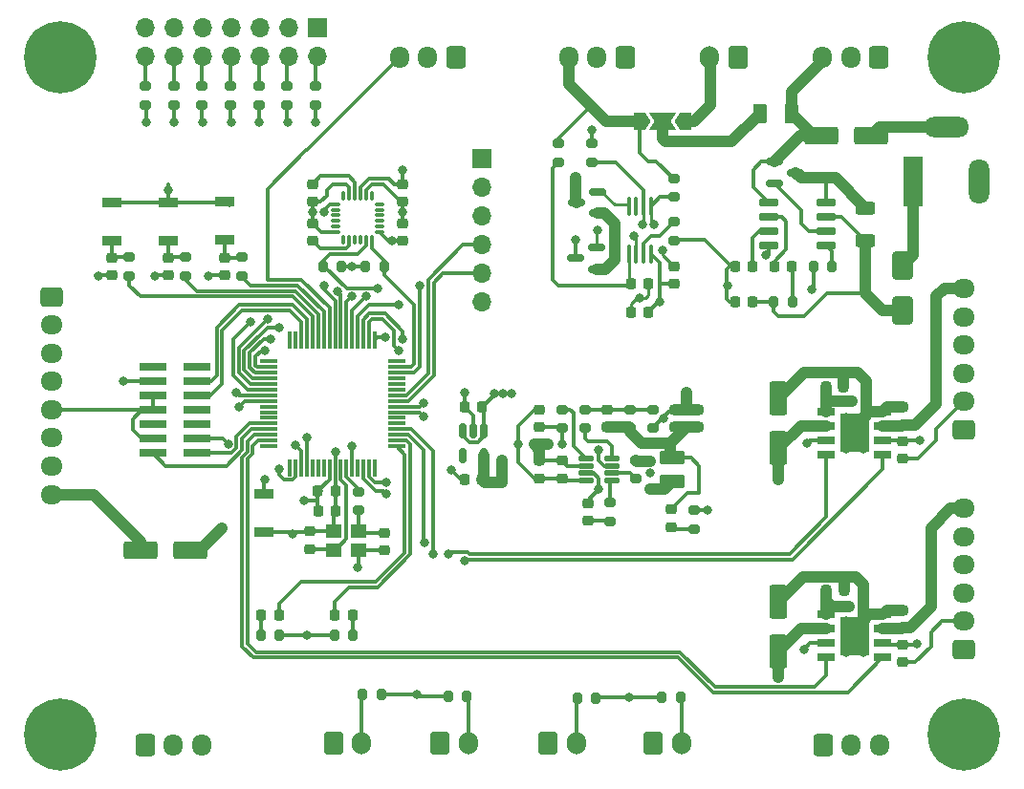
<source format=gbr>
%TF.GenerationSoftware,KiCad,Pcbnew,7.0.7*%
%TF.CreationDate,2023-10-25T17:12:00+02:00*%
%TF.ProjectId,kicad_chat-souris,6b696361-645f-4636-9861-742d736f7572,rev?*%
%TF.SameCoordinates,Original*%
%TF.FileFunction,Copper,L1,Top*%
%TF.FilePolarity,Positive*%
%FSLAX46Y46*%
G04 Gerber Fmt 4.6, Leading zero omitted, Abs format (unit mm)*
G04 Created by KiCad (PCBNEW 7.0.7) date 2023-10-25 17:12:00*
%MOMM*%
%LPD*%
G01*
G04 APERTURE LIST*
G04 Aperture macros list*
%AMRoundRect*
0 Rectangle with rounded corners*
0 $1 Rounding radius*
0 $2 $3 $4 $5 $6 $7 $8 $9 X,Y pos of 4 corners*
0 Add a 4 corners polygon primitive as box body*
4,1,4,$2,$3,$4,$5,$6,$7,$8,$9,$2,$3,0*
0 Add four circle primitives for the rounded corners*
1,1,$1+$1,$2,$3*
1,1,$1+$1,$4,$5*
1,1,$1+$1,$6,$7*
1,1,$1+$1,$8,$9*
0 Add four rect primitives between the rounded corners*
20,1,$1+$1,$2,$3,$4,$5,0*
20,1,$1+$1,$4,$5,$6,$7,0*
20,1,$1+$1,$6,$7,$8,$9,0*
20,1,$1+$1,$8,$9,$2,$3,0*%
%AMFreePoly0*
4,1,6,1.000000,0.000000,0.500000,-0.750000,-0.500000,-0.750000,-0.500000,0.750000,0.500000,0.750000,1.000000,0.000000,1.000000,0.000000,$1*%
%AMFreePoly1*
4,1,7,0.700000,0.000000,1.200000,-0.750000,-1.200000,-0.750000,-0.700000,0.000000,-1.200000,0.750000,1.200000,0.750000,0.700000,0.000000,0.700000,0.000000,$1*%
G04 Aperture macros list end*
%TA.AperFunction,SMDPad,CuDef*%
%ADD10RoundRect,0.250000X-1.250000X-0.550000X1.250000X-0.550000X1.250000X0.550000X-1.250000X0.550000X0*%
%TD*%
%TA.AperFunction,SMDPad,CuDef*%
%ADD11RoundRect,0.225000X-0.225000X-0.250000X0.225000X-0.250000X0.225000X0.250000X-0.225000X0.250000X0*%
%TD*%
%TA.AperFunction,SMDPad,CuDef*%
%ADD12RoundRect,0.200000X-0.275000X0.200000X-0.275000X-0.200000X0.275000X-0.200000X0.275000X0.200000X0*%
%TD*%
%TA.AperFunction,ComponentPad*%
%ADD13RoundRect,0.250000X-0.600000X-0.725000X0.600000X-0.725000X0.600000X0.725000X-0.600000X0.725000X0*%
%TD*%
%TA.AperFunction,ComponentPad*%
%ADD14O,1.700000X1.950000*%
%TD*%
%TA.AperFunction,SMDPad,CuDef*%
%ADD15RoundRect,0.200000X0.275000X-0.200000X0.275000X0.200000X-0.275000X0.200000X-0.275000X-0.200000X0*%
%TD*%
%TA.AperFunction,SMDPad,CuDef*%
%ADD16RoundRect,0.200000X-0.200000X-0.275000X0.200000X-0.275000X0.200000X0.275000X-0.200000X0.275000X0*%
%TD*%
%TA.AperFunction,ComponentPad*%
%ADD17RoundRect,0.250000X0.600000X0.725000X-0.600000X0.725000X-0.600000X-0.725000X0.600000X-0.725000X0*%
%TD*%
%TA.AperFunction,ComponentPad*%
%ADD18C,0.800000*%
%TD*%
%TA.AperFunction,ComponentPad*%
%ADD19C,6.400000*%
%TD*%
%TA.AperFunction,SMDPad,CuDef*%
%ADD20R,1.700000X0.900000*%
%TD*%
%TA.AperFunction,SMDPad,CuDef*%
%ADD21R,1.400000X1.200000*%
%TD*%
%TA.AperFunction,SMDPad,CuDef*%
%ADD22RoundRect,0.200000X0.200000X0.275000X-0.200000X0.275000X-0.200000X-0.275000X0.200000X-0.275000X0*%
%TD*%
%TA.AperFunction,SMDPad,CuDef*%
%ADD23RoundRect,0.225000X-0.250000X0.225000X-0.250000X-0.225000X0.250000X-0.225000X0.250000X0.225000X0*%
%TD*%
%TA.AperFunction,ComponentPad*%
%ADD24R,1.700000X1.700000*%
%TD*%
%TA.AperFunction,ComponentPad*%
%ADD25O,1.700000X1.700000*%
%TD*%
%TA.AperFunction,ComponentPad*%
%ADD26RoundRect,0.250000X-0.600000X-0.750000X0.600000X-0.750000X0.600000X0.750000X-0.600000X0.750000X0*%
%TD*%
%TA.AperFunction,ComponentPad*%
%ADD27O,1.700000X2.000000*%
%TD*%
%TA.AperFunction,ComponentPad*%
%ADD28RoundRect,0.250000X0.725000X-0.600000X0.725000X0.600000X-0.725000X0.600000X-0.725000X-0.600000X0*%
%TD*%
%TA.AperFunction,ComponentPad*%
%ADD29O,1.950000X1.700000*%
%TD*%
%TA.AperFunction,ComponentPad*%
%ADD30RoundRect,0.250000X0.600000X0.750000X-0.600000X0.750000X-0.600000X-0.750000X0.600000X-0.750000X0*%
%TD*%
%TA.AperFunction,SMDPad,CuDef*%
%ADD31RoundRect,0.218750X-0.218750X-0.256250X0.218750X-0.256250X0.218750X0.256250X-0.218750X0.256250X0*%
%TD*%
%TA.AperFunction,SMDPad,CuDef*%
%ADD32RoundRect,0.225000X0.250000X-0.225000X0.250000X0.225000X-0.250000X0.225000X-0.250000X-0.225000X0*%
%TD*%
%TA.AperFunction,SMDPad,CuDef*%
%ADD33R,1.505000X0.802000*%
%TD*%
%TA.AperFunction,SMDPad,CuDef*%
%ADD34R,2.613000X3.502000*%
%TD*%
%TA.AperFunction,SMDPad,CuDef*%
%ADD35RoundRect,0.150000X-0.725000X-0.150000X0.725000X-0.150000X0.725000X0.150000X-0.725000X0.150000X0*%
%TD*%
%TA.AperFunction,ComponentPad*%
%ADD36R,1.800000X4.400000*%
%TD*%
%TA.AperFunction,ComponentPad*%
%ADD37O,1.800000X4.000000*%
%TD*%
%TA.AperFunction,ComponentPad*%
%ADD38O,4.000000X1.800000*%
%TD*%
%TA.AperFunction,SMDPad,CuDef*%
%ADD39RoundRect,0.218750X0.218750X0.256250X-0.218750X0.256250X-0.218750X-0.256250X0.218750X-0.256250X0*%
%TD*%
%TA.AperFunction,SMDPad,CuDef*%
%ADD40RoundRect,0.075000X0.350000X0.075000X-0.350000X0.075000X-0.350000X-0.075000X0.350000X-0.075000X0*%
%TD*%
%TA.AperFunction,SMDPad,CuDef*%
%ADD41RoundRect,0.075000X-0.075000X0.350000X-0.075000X-0.350000X0.075000X-0.350000X0.075000X0.350000X0*%
%TD*%
%TA.AperFunction,SMDPad,CuDef*%
%ADD42RoundRect,0.250000X0.375000X0.625000X-0.375000X0.625000X-0.375000X-0.625000X0.375000X-0.625000X0*%
%TD*%
%TA.AperFunction,SMDPad,CuDef*%
%ADD43RoundRect,0.075000X0.075000X-0.700000X0.075000X0.700000X-0.075000X0.700000X-0.075000X-0.700000X0*%
%TD*%
%TA.AperFunction,SMDPad,CuDef*%
%ADD44RoundRect,0.075000X0.700000X-0.075000X0.700000X0.075000X-0.700000X0.075000X-0.700000X-0.075000X0*%
%TD*%
%TA.AperFunction,SMDPad,CuDef*%
%ADD45R,2.400000X0.740000*%
%TD*%
%TA.AperFunction,SMDPad,CuDef*%
%ADD46FreePoly0,0.000000*%
%TD*%
%TA.AperFunction,SMDPad,CuDef*%
%ADD47FreePoly1,0.000000*%
%TD*%
%TA.AperFunction,SMDPad,CuDef*%
%ADD48FreePoly0,180.000000*%
%TD*%
%TA.AperFunction,ComponentPad*%
%ADD49RoundRect,0.250000X-0.725000X0.600000X-0.725000X-0.600000X0.725000X-0.600000X0.725000X0.600000X0*%
%TD*%
%TA.AperFunction,SMDPad,CuDef*%
%ADD50RoundRect,0.150000X0.587500X0.150000X-0.587500X0.150000X-0.587500X-0.150000X0.587500X-0.150000X0*%
%TD*%
%TA.AperFunction,SMDPad,CuDef*%
%ADD51RoundRect,0.250000X0.625000X-0.312500X0.625000X0.312500X-0.625000X0.312500X-0.625000X-0.312500X0*%
%TD*%
%TA.AperFunction,SMDPad,CuDef*%
%ADD52RoundRect,0.150000X-0.587500X-0.150000X0.587500X-0.150000X0.587500X0.150000X-0.587500X0.150000X0*%
%TD*%
%TA.AperFunction,SMDPad,CuDef*%
%ADD53RoundRect,0.250000X0.550000X-1.250000X0.550000X1.250000X-0.550000X1.250000X-0.550000X-1.250000X0*%
%TD*%
%TA.AperFunction,SMDPad,CuDef*%
%ADD54RoundRect,0.100000X0.100000X-0.712500X0.100000X0.712500X-0.100000X0.712500X-0.100000X-0.712500X0*%
%TD*%
%TA.AperFunction,SMDPad,CuDef*%
%ADD55RoundRect,0.225000X0.225000X0.250000X-0.225000X0.250000X-0.225000X-0.250000X0.225000X-0.250000X0*%
%TD*%
%TA.AperFunction,SMDPad,CuDef*%
%ADD56RoundRect,0.125000X-0.537500X-0.125000X0.537500X-0.125000X0.537500X0.125000X-0.537500X0.125000X0*%
%TD*%
%TA.AperFunction,SMDPad,CuDef*%
%ADD57RoundRect,0.218750X0.256250X-0.218750X0.256250X0.218750X-0.256250X0.218750X-0.256250X-0.218750X0*%
%TD*%
%TA.AperFunction,SMDPad,CuDef*%
%ADD58RoundRect,0.250000X0.850000X-0.375000X0.850000X0.375000X-0.850000X0.375000X-0.850000X-0.375000X0*%
%TD*%
%TA.AperFunction,SMDPad,CuDef*%
%ADD59RoundRect,0.250000X0.650000X-1.000000X0.650000X1.000000X-0.650000X1.000000X-0.650000X-1.000000X0*%
%TD*%
%TA.AperFunction,SMDPad,CuDef*%
%ADD60RoundRect,0.150000X-0.150000X0.512500X-0.150000X-0.512500X0.150000X-0.512500X0.150000X0.512500X0*%
%TD*%
%TA.AperFunction,ViaPad*%
%ADD61C,0.800000*%
%TD*%
%TA.AperFunction,Conductor*%
%ADD62C,0.300000*%
%TD*%
%TA.AperFunction,Conductor*%
%ADD63C,1.000000*%
%TD*%
%TA.AperFunction,Conductor*%
%ADD64C,0.200000*%
%TD*%
%TA.AperFunction,Conductor*%
%ADD65C,0.250000*%
%TD*%
G04 APERTURE END LIST*
D10*
%TO.P,C505,1*%
%TO.N,+5V*%
X112120000Y-98720000D03*
%TO.P,C505,2*%
%TO.N,GND*%
X116520000Y-98720000D03*
%TD*%
D11*
%TO.P,C2,1*%
%TO.N,+3V3*%
X127795000Y-95220000D03*
%TO.P,C2,2*%
%TO.N,GND*%
X129345000Y-95220000D03*
%TD*%
%TO.P,C1,1*%
%TO.N,+3V3*%
X127770000Y-93470000D03*
%TO.P,C1,2*%
%TO.N,GND*%
X129320000Y-93470000D03*
%TD*%
D12*
%TO.P,R804,1*%
%TO.N,Li_Ion+*%
X159295000Y-65757500D03*
%TO.P,R804,2*%
%TO.N,/Alimentation/BMS/Secu_Sense*%
X159295000Y-67407500D03*
%TD*%
D13*
%TO.P,J601,1,Pin_1*%
%TO.N,GND*%
X112500000Y-116000000D03*
D14*
%TO.P,J601,2,Pin_2*%
%TO.N,+3V3*%
X115000000Y-116000000D03*
%TO.P,J601,3,Pin_3*%
%TO.N,/STM32/Bordure_1*%
X117500000Y-116000000D03*
%TD*%
D15*
%TO.P,R302,1*%
%TO.N,Net-(U301-VCC)*%
X149432500Y-87870000D03*
%TO.P,R302,2*%
%TO.N,Net-(U301-PG)*%
X149432500Y-86220000D03*
%TD*%
D16*
%TO.P,R501,1*%
%TO.N,/STM32/Bumper_1*%
X131745000Y-111470000D03*
%TO.P,R501,2*%
%TO.N,+3V3*%
X133395000Y-111470000D03*
%TD*%
D15*
%TO.P,R803,1*%
%TO.N,/Alimentation/BMS/Secu_Vc*%
X152070000Y-64295000D03*
%TO.P,R803,2*%
%TO.N,Li_Ion_INTER*%
X152070000Y-62645000D03*
%TD*%
D17*
%TO.P,J803,1,Pin_1*%
%TO.N,Li_Ion-*%
X155000000Y-55000000D03*
D14*
%TO.P,J803,2,Pin_2*%
%TO.N,Li_Ion_INTER*%
X152500000Y-55000000D03*
%TO.P,J803,3,Pin_3*%
%TO.N,Li_Ion+*%
X150000000Y-55000000D03*
%TD*%
D18*
%TO.P,REF\u002A\u002A,1*%
%TO.N,N/C*%
X102600000Y-55000000D03*
X103302944Y-53302944D03*
X103302944Y-56697056D03*
X105000000Y-52600000D03*
D19*
X105000000Y-55000000D03*
D18*
X105000000Y-57400000D03*
X106697056Y-53302944D03*
X106697056Y-56697056D03*
X107400000Y-55000000D03*
%TD*%
D20*
%TO.P,SW201,1,A*%
%TO.N,GND*%
X122970000Y-97120000D03*
%TO.P,SW201,2,B*%
%TO.N,/STM32/NRST*%
X122970000Y-93720000D03*
%TD*%
D21*
%TO.P,Y201,1,1*%
%TO.N,/STM32/OSC_IN*%
X129170000Y-98670000D03*
%TO.P,Y201,2,2*%
%TO.N,GND*%
X131370000Y-98670000D03*
%TO.P,Y201,3,3*%
%TO.N,Net-(C205-Pad1)*%
X131370000Y-96970000D03*
%TO.P,Y201,4,4*%
%TO.N,GND*%
X129170000Y-96970000D03*
%TD*%
D22*
%TO.P,R504,1*%
%TO.N,/STM32/Bumper_4*%
X159895000Y-111720000D03*
%TO.P,R504,2*%
%TO.N,+3V3*%
X158245000Y-111720000D03*
%TD*%
D11*
%TO.P,C802,1*%
%TO.N,/Alimentation/BMS/Secu_VDD*%
X155495000Y-75082500D03*
%TO.P,C802,2*%
%TO.N,/Alimentation/BMS/Secu_Vc*%
X157045000Y-75082500D03*
%TD*%
D23*
%TO.P,C303,1*%
%TO.N,+BATT*%
X149432500Y-90770000D03*
%TO.P,C303,2*%
%TO.N,GND*%
X149432500Y-92320000D03*
%TD*%
D24*
%TO.P,J2,1,Pin_1*%
%TO.N,GND*%
X127710000Y-52420000D03*
D25*
%TO.P,J2,2,Pin_2*%
%TO.N,Net-(J2-Pin_2)*%
X127710000Y-54960000D03*
%TO.P,J2,3,Pin_3*%
%TO.N,GND*%
X125170000Y-52420000D03*
%TO.P,J2,4,Pin_4*%
%TO.N,Net-(J2-Pin_4)*%
X125170000Y-54960000D03*
%TO.P,J2,5,Pin_5*%
%TO.N,GND*%
X122630000Y-52420000D03*
%TO.P,J2,6,Pin_6*%
%TO.N,Net-(J2-Pin_6)*%
X122630000Y-54960000D03*
%TO.P,J2,7,Pin_7*%
%TO.N,GND*%
X120090000Y-52420000D03*
%TO.P,J2,8,Pin_8*%
%TO.N,Net-(J2-Pin_8)*%
X120090000Y-54960000D03*
%TO.P,J2,9,Pin_9*%
%TO.N,GND*%
X117550000Y-52420000D03*
%TO.P,J2,10,Pin_10*%
%TO.N,Net-(J2-Pin_10)*%
X117550000Y-54960000D03*
%TO.P,J2,11,Pin_11*%
%TO.N,GND*%
X115010000Y-52420000D03*
%TO.P,J2,12,Pin_12*%
%TO.N,Net-(J2-Pin_12)*%
X115010000Y-54960000D03*
%TO.P,J2,13,Pin_13*%
%TO.N,GND*%
X112470000Y-52420000D03*
%TO.P,J2,14,Pin_14*%
%TO.N,Net-(J2-Pin_14)*%
X112470000Y-54960000D03*
%TD*%
D23*
%TO.P,C503,1*%
%TO.N,Net-(U501-REGOUT)*%
X127320000Y-66245000D03*
%TO.P,C503,2*%
%TO.N,GND*%
X127320000Y-67795000D03*
%TD*%
D22*
%TO.P,R503,1*%
%TO.N,/STM32/Bumper_2*%
X140995000Y-111620000D03*
%TO.P,R503,2*%
%TO.N,+3V3*%
X139345000Y-111620000D03*
%TD*%
D15*
%TO.P,R2,2*%
%TO.N,Net-(J2-Pin_4)*%
X125060000Y-57570000D03*
%TO.P,R2,1*%
%TO.N,/STM32/PD3*%
X125060000Y-59220000D03*
%TD*%
D26*
%TO.P,J505,1,Pin_1*%
%TO.N,GND*%
X157500000Y-115800000D03*
D27*
%TO.P,J505,2,Pin_2*%
%TO.N,/STM32/Bumper_4*%
X160000000Y-115800000D03*
%TD*%
D28*
%TO.P,J401,1,Pin_1*%
%TO.N,Net-(J401-Pin_1)*%
X185000000Y-88000000D03*
D29*
%TO.P,J401,2,Pin_2*%
%TO.N,GND*%
X185000000Y-85500000D03*
%TO.P,J401,3,Pin_3*%
%TO.N,/Drivers and motors connectors/ENCODER_1_A*%
X185000000Y-83000000D03*
%TO.P,J401,4,Pin_4*%
%TO.N,/Drivers and motors connectors/ENCODER_1_B*%
X185000000Y-80500000D03*
%TO.P,J401,5,Pin_5*%
%TO.N,+3V3*%
X185000000Y-78000000D03*
%TO.P,J401,6,Pin_6*%
%TO.N,Net-(J401-Pin_6)*%
X185000000Y-75500000D03*
%TD*%
D30*
%TO.P,J802,1,Pin_1*%
%TO.N,GND*%
X165000000Y-55000000D03*
D27*
%TO.P,J802,2,Pin_2*%
%TO.N,NiMh+*%
X162500000Y-55000000D03*
%TD*%
D26*
%TO.P,J501,1,Pin_1*%
%TO.N,GND*%
X129150000Y-115800000D03*
D27*
%TO.P,J501,2,Pin_2*%
%TO.N,/STM32/Bumper_1*%
X131650000Y-115800000D03*
%TD*%
D23*
%TO.P,C202,1*%
%TO.N,Net-(SW203-B)*%
X114570000Y-72795000D03*
%TO.P,C202,2*%
%TO.N,GND*%
X114570000Y-74345000D03*
%TD*%
D18*
%TO.P,REF\u002A\u002A,1*%
%TO.N,N/C*%
X182600000Y-115000000D03*
X183302944Y-113302944D03*
X183302944Y-116697056D03*
X185000000Y-112600000D03*
D19*
X185000000Y-115000000D03*
D18*
X185000000Y-117400000D03*
X186697056Y-113302944D03*
X186697056Y-116697056D03*
X187400000Y-115000000D03*
%TD*%
D17*
%TO.P,J602,1,Pin_1*%
%TO.N,GND*%
X140000000Y-55000000D03*
D14*
%TO.P,J602,2,Pin_2*%
%TO.N,+3V3*%
X137500000Y-55000000D03*
%TO.P,J602,3,Pin_3*%
%TO.N,/STM32/Bordure_2*%
X135000000Y-55000000D03*
%TD*%
D10*
%TO.P,C805,1*%
%TO.N,BAT+*%
X172370000Y-61970000D03*
%TO.P,C805,2*%
%TO.N,GND*%
X176770000Y-61970000D03*
%TD*%
D18*
%TO.P,REF\u002A\u002A,1*%
%TO.N,N/C*%
X182600000Y-55000000D03*
X183302944Y-53302944D03*
X183302944Y-56697056D03*
X185000000Y-52600000D03*
D19*
X185000000Y-55000000D03*
D18*
X185000000Y-57400000D03*
X186697056Y-53302944D03*
X186697056Y-56697056D03*
X187400000Y-55000000D03*
%TD*%
D15*
%TO.P,R305,1*%
%TO.N,GND*%
X157432500Y-87870000D03*
%TO.P,R305,2*%
%TO.N,Net-(C305-Pad1)*%
X157432500Y-86220000D03*
%TD*%
D31*
%TO.P,D201,1,K*%
%TO.N,Net-(D201-K)*%
X122782500Y-104470000D03*
%TO.P,D201,2,A*%
%TO.N,Net-(D201-A)*%
X124357500Y-104470000D03*
%TD*%
D24*
%TO.P,U701,1,Key*%
%TO.N,unconnected-(U701-Key-Pad1)*%
X142320000Y-64020000D03*
D25*
%TO.P,U701,2,Vcc(5v)*%
%TO.N,+5V*%
X142320000Y-66560000D03*
%TO.P,U701,3,GND*%
%TO.N,GND*%
X142320000Y-69100000D03*
%TO.P,U701,4,Tx*%
%TO.N,/STM32/USART3_RX*%
X142320000Y-71640000D03*
%TO.P,U701,5,Rx*%
%TO.N,/STM32/USART3_TX*%
X142320000Y-74180000D03*
%TO.P,U701,6,STATE*%
%TO.N,unconnected-(U701-STATE-Pad6)*%
X142320000Y-76720000D03*
%TD*%
D11*
%TO.P,C404,1*%
%TO.N,Net-(J402-Pin_1)*%
X172822500Y-102220000D03*
%TO.P,C404,2*%
%TO.N,GND*%
X174372500Y-102220000D03*
%TD*%
D32*
%TO.P,C304,1*%
%TO.N,Net-(C304-Pad1)*%
X151682500Y-96070000D03*
%TO.P,C304,2*%
%TO.N,Net-(U301-SW)*%
X151682500Y-94520000D03*
%TD*%
%TO.P,C504,1*%
%TO.N,Net-(U501-CPOUT)*%
X127320000Y-71295000D03*
%TO.P,C504,2*%
%TO.N,GND*%
X127320000Y-69745000D03*
%TD*%
D15*
%TO.P,R4,2*%
%TO.N,Net-(J2-Pin_8)*%
X120040000Y-57570000D03*
%TO.P,R4,1*%
%TO.N,/STM32/PD1*%
X120040000Y-59220000D03*
%TD*%
%TO.P,R304,1*%
%TO.N,Net-(U301-FB)*%
X151432500Y-87870000D03*
%TO.P,R304,2*%
%TO.N,Net-(C305-Pad1)*%
X151432500Y-86220000D03*
%TD*%
D16*
%TO.P,R506,1*%
%TO.N,/STM32/I2C_SCL*%
X128245000Y-73520000D03*
%TO.P,R506,2*%
%TO.N,+3V3*%
X129895000Y-73520000D03*
%TD*%
D33*
%TO.P,U401,1,OUT1*%
%TO.N,Net-(J401-Pin_1)*%
X172822500Y-86410000D03*
%TO.P,U401,2,VM*%
%TO.N,+BATT*%
X172822500Y-87680000D03*
%TO.P,U401,3,VDD*%
%TO.N,+3V3*%
X172822500Y-88950000D03*
%TO.P,U401,4,FWD*%
%TO.N,/Drivers and motors connectors/MOTOR_1_FWD*%
X172822500Y-90220000D03*
%TO.P,U401,5,REV*%
%TO.N,/Drivers and motors connectors/MOTOR_1_REV*%
X177817500Y-90220000D03*
%TO.P,U401,6,VREF*%
%TO.N,+3V3*%
X177817500Y-88950000D03*
%TO.P,U401,7,OUT2*%
%TO.N,Net-(J401-Pin_6)*%
X177817500Y-87680000D03*
%TO.P,U401,8,GND*%
%TO.N,GND*%
X177817500Y-86410000D03*
D34*
%TO.P,U401,9,GND*%
X175320000Y-88315000D03*
%TD*%
D35*
%TO.P,U801,1,BAT*%
%TO.N,BAT+*%
X167670000Y-67910000D03*
%TO.P,U801,2,\u002ACHRG*%
%TO.N,Net-(D801-K)*%
X167670000Y-69180000D03*
%TO.P,U801,3,TIMER*%
%TO.N,Net-(U801-TIMER)*%
X167670000Y-70450000D03*
%TO.P,U801,4,GND*%
%TO.N,GND*%
X167670000Y-71720000D03*
%TO.P,U801,5,PROG*%
%TO.N,Net-(U801-PROG)*%
X172820000Y-71720000D03*
%TO.P,U801,6,DRV*%
%TO.N,Net-(Q803-G)*%
X172820000Y-70450000D03*
%TO.P,U801,7,VCC*%
%TO.N,Net-(D802-K)*%
X172820000Y-69180000D03*
%TO.P,U801,8,SENSE*%
%TO.N,Net-(Q803-S)*%
X172820000Y-67910000D03*
%TD*%
D36*
%TO.P,J801,1*%
%TO.N,V_ALIM*%
X180500000Y-66000000D03*
D37*
%TO.P,J801,2*%
%TO.N,GND*%
X186300000Y-66000000D03*
D38*
%TO.P,J801,3*%
X183500000Y-61200000D03*
%TD*%
D26*
%TO.P,J502,1,Pin_1*%
%TO.N,GND*%
X148170000Y-115820000D03*
D27*
%TO.P,J502,2,Pin_2*%
%TO.N,/STM32/Bumper_3*%
X150670000Y-115820000D03*
%TD*%
D39*
%TO.P,D202,1,K*%
%TO.N,Net-(D202-K)*%
X130857500Y-104470000D03*
%TO.P,D202,2,A*%
%TO.N,Net-(D202-A)*%
X129282500Y-104470000D03*
%TD*%
D40*
%TO.P,U501,1,CLKIN*%
%TO.N,GND*%
X133270000Y-70520000D03*
%TO.P,U501,2,NC*%
%TO.N,unconnected-(U501-NC-Pad2)*%
X133270000Y-70020000D03*
%TO.P,U501,3,NC*%
%TO.N,unconnected-(U501-NC-Pad3)*%
X133270000Y-69520000D03*
%TO.P,U501,4,NC*%
%TO.N,unconnected-(U501-NC-Pad4)*%
X133270000Y-69020000D03*
%TO.P,U501,5,NC*%
%TO.N,unconnected-(U501-NC-Pad5)*%
X133270000Y-68520000D03*
%TO.P,U501,6,AUX_DA*%
%TO.N,unconnected-(U501-AUX_DA-Pad6)*%
X133270000Y-68020000D03*
D41*
%TO.P,U501,7,AUX_CL*%
%TO.N,unconnected-(U501-AUX_CL-Pad7)*%
X132570000Y-67320000D03*
%TO.P,U501,8,VLOGIC*%
%TO.N,+3V3*%
X132070000Y-67320000D03*
%TO.P,U501,9,AD0*%
%TO.N,GND*%
X131570000Y-67320000D03*
%TO.P,U501,10,REGOUT*%
%TO.N,Net-(U501-REGOUT)*%
X131070000Y-67320000D03*
%TO.P,U501,11,FSYNC*%
%TO.N,GND*%
X130570000Y-67320000D03*
%TO.P,U501,12,INT*%
%TO.N,unconnected-(U501-INT-Pad12)*%
X130070000Y-67320000D03*
D40*
%TO.P,U501,13,VDD*%
%TO.N,+3V3*%
X129370000Y-68020000D03*
%TO.P,U501,14,NC*%
%TO.N,unconnected-(U501-NC-Pad14)*%
X129370000Y-68520000D03*
%TO.P,U501,15,NC*%
%TO.N,unconnected-(U501-NC-Pad15)*%
X129370000Y-69020000D03*
%TO.P,U501,16,NC*%
%TO.N,unconnected-(U501-NC-Pad16)*%
X129370000Y-69520000D03*
%TO.P,U501,17,NC*%
%TO.N,unconnected-(U501-NC-Pad17)*%
X129370000Y-70020000D03*
%TO.P,U501,18,GND*%
%TO.N,GND*%
X129370000Y-70520000D03*
D41*
%TO.P,U501,19,RESV*%
%TO.N,unconnected-(U501-RESV-Pad19)*%
X130070000Y-71220000D03*
%TO.P,U501,20,CPOUT*%
%TO.N,Net-(U501-CPOUT)*%
X130570000Y-71220000D03*
%TO.P,U501,21,RESV*%
%TO.N,unconnected-(U501-RESV-Pad21)*%
X131070000Y-71220000D03*
%TO.P,U501,22,RESV*%
%TO.N,unconnected-(U501-RESV-Pad22)*%
X131570000Y-71220000D03*
%TO.P,U501,23,SCL*%
%TO.N,/STM32/I2C_SCL*%
X132070000Y-71220000D03*
%TO.P,U501,24,SDA*%
%TO.N,/STM32/I2C_SDA*%
X132570000Y-71220000D03*
%TD*%
D18*
%TO.P,REF\u002A\u002A,1*%
%TO.N,N/C*%
X102600000Y-115000000D03*
X103302944Y-113302944D03*
X103302944Y-116697056D03*
X105000000Y-112600000D03*
D19*
X105000000Y-115000000D03*
D18*
X105000000Y-117400000D03*
X106697056Y-113302944D03*
X106697056Y-116697056D03*
X107400000Y-115000000D03*
%TD*%
D11*
%TO.P,C403,1*%
%TO.N,Net-(J401-Pin_1)*%
X172770000Y-84220000D03*
%TO.P,C403,2*%
%TO.N,GND*%
X174320000Y-84220000D03*
%TD*%
D42*
%TO.P,F801,1*%
%TO.N,BAT+*%
X169720000Y-59970000D03*
%TO.P,F801,2*%
%TO.N,Net-(JP801-C)*%
X166920000Y-59970000D03*
%TD*%
D43*
%TO.P,IC201,1,PC11*%
%TO.N,unconnected-(IC201-PC11-Pad1)*%
X125320000Y-91395000D03*
%TO.P,IC201,2,PC12*%
%TO.N,/STM32/LIDAR_PWM*%
X125820000Y-91395000D03*
%TO.P,IC201,3,PC13*%
%TO.N,/STM32/LIDAR_MESURE_ENABLE*%
X126320000Y-91395000D03*
%TO.P,IC201,4,PC14-OSC32_IN*%
%TO.N,/STM32/LIDAR_MOTOR_ENABLE*%
X126820000Y-91395000D03*
%TO.P,IC201,5,PC15-OSC32_OUT*%
%TO.N,unconnected-(IC201-PC15-OSC32_OUT-Pad5)*%
X127320000Y-91395000D03*
%TO.P,IC201,6,VBAT*%
%TO.N,unconnected-(IC201-VBAT-Pad6)*%
X127820000Y-91395000D03*
%TO.P,IC201,7,VREF+*%
%TO.N,unconnected-(IC201-VREF+-Pad7)*%
X128320000Y-91395000D03*
%TO.P,IC201,8,VDD/VDDA*%
%TO.N,+3V3*%
X128820000Y-91395000D03*
%TO.P,IC201,9,VSS/VSSA*%
%TO.N,GND*%
X129320000Y-91395000D03*
%TO.P,IC201,10,PF0-OSC_IN*%
%TO.N,/STM32/OSC_IN*%
X129820000Y-91395000D03*
%TO.P,IC201,11,PF1-OSC_OUT*%
%TO.N,/STM32/OSC_OUT*%
X130320000Y-91395000D03*
%TO.P,IC201,12,NRST*%
%TO.N,/STM32/NRST*%
X130820000Y-91395000D03*
%TO.P,IC201,13,PC0*%
%TO.N,unconnected-(IC201-PC0-Pad13)*%
X131320000Y-91395000D03*
%TO.P,IC201,14,PC1*%
%TO.N,/Drivers and motors connectors/MOTOR_1_FWD*%
X131820000Y-91395000D03*
%TO.P,IC201,15,PC2*%
%TO.N,/Drivers and motors connectors/MOTOR_1_REV*%
X132320000Y-91395000D03*
%TO.P,IC201,16,PC3*%
%TO.N,unconnected-(IC201-PC3-Pad16)*%
X132820000Y-91395000D03*
D44*
%TO.P,IC201,17,PA0*%
%TO.N,Net-(D201-A)*%
X134745000Y-89470000D03*
%TO.P,IC201,18,PA1*%
%TO.N,Net-(D202-A)*%
X134745000Y-88970000D03*
%TO.P,IC201,19,PA2*%
%TO.N,/STM32/USART2_TX*%
X134745000Y-88470000D03*
%TO.P,IC201,20,PA3*%
%TO.N,/STM32/USART2_RX*%
X134745000Y-87970000D03*
%TO.P,IC201,21,PA4*%
%TO.N,unconnected-(IC201-PA4-Pad21)*%
X134745000Y-87470000D03*
%TO.P,IC201,22,PA5*%
%TO.N,unconnected-(IC201-PA5-Pad22)*%
X134745000Y-86970000D03*
%TO.P,IC201,23,PA6*%
%TO.N,/Drivers and motors connectors/ENCODER_2_A*%
X134745000Y-86470000D03*
%TO.P,IC201,24,PA7*%
%TO.N,/Drivers and motors connectors/ENCODER_2_B*%
X134745000Y-85970000D03*
%TO.P,IC201,25,PC4*%
%TO.N,/STM32/USART3_TX*%
X134745000Y-85470000D03*
%TO.P,IC201,26,PC5*%
%TO.N,/STM32/USART3_RX*%
X134745000Y-84970000D03*
%TO.P,IC201,27,PB0*%
%TO.N,unconnected-(IC201-PB0-Pad27)*%
X134745000Y-84470000D03*
%TO.P,IC201,28,PB1*%
%TO.N,unconnected-(IC201-PB1-Pad28)*%
X134745000Y-83970000D03*
%TO.P,IC201,29,PB2*%
%TO.N,unconnected-(IC201-PB2-Pad29)*%
X134745000Y-83470000D03*
%TO.P,IC201,30,PB10*%
%TO.N,/STM32/I2C_SCL*%
X134745000Y-82970000D03*
%TO.P,IC201,31,PB11*%
%TO.N,/STM32/I2C_SDA*%
X134745000Y-82470000D03*
%TO.P,IC201,32,PB12*%
%TO.N,unconnected-(IC201-PB12-Pad32)*%
X134745000Y-81970000D03*
D43*
%TO.P,IC201,33,PB13*%
%TO.N,/STM32/Bumper_3*%
X132820000Y-80045000D03*
%TO.P,IC201,34,PB14*%
%TO.N,/STM32/Bumper_4*%
X132320000Y-80045000D03*
%TO.P,IC201,35,PB15*%
%TO.N,/STM32/Bordure_3*%
X131820000Y-80045000D03*
%TO.P,IC201,36,PA8*%
%TO.N,/Drivers and motors connectors/ENCODER_1_B*%
X131320000Y-80045000D03*
%TO.P,IC201,37,PA9*%
%TO.N,/Drivers and motors connectors/ENCODER_1_A*%
X130820000Y-80045000D03*
%TO.P,IC201,38,PC6*%
%TO.N,/STM32/Bumper_2*%
X130320000Y-80045000D03*
%TO.P,IC201,39,PC7*%
%TO.N,/STM32/Bumper_1*%
X129820000Y-80045000D03*
%TO.P,IC201,40,PD8*%
%TO.N,/STM32/Bordure_1*%
X129320000Y-80045000D03*
%TO.P,IC201,41,PD9*%
%TO.N,/STM32/Bordure_2*%
X128820000Y-80045000D03*
%TO.P,IC201,42,PA10*%
%TO.N,/STM32/BTN_1*%
X128320000Y-80045000D03*
%TO.P,IC201,43,PA11_[PA9]*%
%TO.N,/STM32/BTN_2*%
X127820000Y-80045000D03*
%TO.P,IC201,44,PA12_[PA10]*%
%TO.N,/STM32/BTN_3*%
X127320000Y-80045000D03*
%TO.P,IC201,45,PA13*%
%TO.N,/STM32/SWDIO*%
X126820000Y-80045000D03*
%TO.P,IC201,46,PA14-BOOT0*%
%TO.N,/STM32/SWCLK*%
X126320000Y-80045000D03*
%TO.P,IC201,47,PA15*%
%TO.N,unconnected-(IC201-PA15-Pad47)*%
X125820000Y-80045000D03*
%TO.P,IC201,48,PC8*%
%TO.N,unconnected-(IC201-PC8-Pad48)*%
X125320000Y-80045000D03*
D44*
%TO.P,IC201,49,PC9*%
%TO.N,unconnected-(IC201-PC9-Pad49)*%
X123395000Y-81970000D03*
%TO.P,IC201,50,PD0*%
%TO.N,/STM32/PD0*%
X123395000Y-82470000D03*
%TO.P,IC201,51,PD1*%
%TO.N,/STM32/PD1*%
X123395000Y-82970000D03*
%TO.P,IC201,52,PD2*%
%TO.N,/STM32/PD2*%
X123395000Y-83470000D03*
%TO.P,IC201,53,PD3*%
%TO.N,/STM32/PD3*%
X123395000Y-83970000D03*
%TO.P,IC201,54,PD4*%
%TO.N,/STM32/PD4*%
X123395000Y-84470000D03*
%TO.P,IC201,55,PD5*%
%TO.N,/STM32/PD5*%
X123395000Y-84970000D03*
%TO.P,IC201,56,PD6*%
%TO.N,/STM32/PD6*%
X123395000Y-85470000D03*
%TO.P,IC201,57,PB3*%
%TO.N,unconnected-(IC201-PB3-Pad57)*%
X123395000Y-85970000D03*
%TO.P,IC201,58,PB4*%
%TO.N,unconnected-(IC201-PB4-Pad58)*%
X123395000Y-86470000D03*
%TO.P,IC201,59,PB5*%
%TO.N,unconnected-(IC201-PB5-Pad59)*%
X123395000Y-86970000D03*
%TO.P,IC201,60,PB6*%
%TO.N,/STM32/USART1_TX*%
X123395000Y-87470000D03*
%TO.P,IC201,61,PB7*%
%TO.N,/STM32/USART1_RX*%
X123395000Y-87970000D03*
%TO.P,IC201,62,PB8*%
%TO.N,/Drivers and motors connectors/MOTOR_2_REV*%
X123395000Y-88470000D03*
%TO.P,IC201,63,PB9*%
%TO.N,/Drivers and motors connectors/MOTOR_2_FWD*%
X123395000Y-88970000D03*
%TO.P,IC201,64,PC10*%
%TO.N,unconnected-(IC201-PC10-Pad64)*%
X123395000Y-89470000D03*
%TD*%
D12*
%TO.P,R306,1*%
%TO.N,Net-(C305-Pad1)*%
X155432500Y-86220000D03*
%TO.P,R306,2*%
%TO.N,+5V*%
X155432500Y-87870000D03*
%TD*%
D32*
%TO.P,C307,1*%
%TO.N,+5V*%
X161432500Y-87795000D03*
%TO.P,C307,2*%
%TO.N,GND*%
X161432500Y-86245000D03*
%TD*%
D45*
%TO.P,J201,1,Pin_1*%
%TO.N,unconnected-(J201-Pin_1-Pad1)*%
X113170000Y-82450000D03*
%TO.P,J201,2,Pin_2*%
%TO.N,unconnected-(J201-Pin_2-Pad2)*%
X117070000Y-82450000D03*
%TO.P,J201,3,Pin_3*%
%TO.N,+3V3*%
X113170000Y-83720000D03*
%TO.P,J201,4,Pin_4*%
%TO.N,/STM32/SWDIO*%
X117070000Y-83720000D03*
%TO.P,J201,5,Pin_5*%
%TO.N,GND*%
X113170000Y-84990000D03*
%TO.P,J201,6,Pin_6*%
%TO.N,/STM32/SWCLK*%
X117070000Y-84990000D03*
%TO.P,J201,7,Pin_7*%
%TO.N,GND*%
X113170000Y-86260000D03*
%TO.P,J201,8,Pin_8*%
%TO.N,unconnected-(J201-Pin_8-Pad8)*%
X117070000Y-86260000D03*
%TO.P,J201,9,Pin_9*%
%TO.N,unconnected-(J201-Pin_9-Pad9)*%
X113170000Y-87530000D03*
%TO.P,J201,10,Pin_10*%
%TO.N,unconnected-(J201-Pin_10-Pad10)*%
X117070000Y-87530000D03*
%TO.P,J201,11,Pin_11*%
%TO.N,GND*%
X113170000Y-88800000D03*
%TO.P,J201,12,Pin_12*%
%TO.N,/STM32/NRST*%
X117070000Y-88800000D03*
%TO.P,J201,13,Pin_13*%
%TO.N,/STM32/USART1_RX*%
X113170000Y-90070000D03*
%TO.P,J201,14,Pin_14*%
%TO.N,/STM32/USART1_TX*%
X117070000Y-90070000D03*
%TD*%
D46*
%TO.P,JP801,1,A*%
%TO.N,Li_Ion+*%
X156320000Y-60720000D03*
D47*
%TO.P,JP801,2,C*%
%TO.N,Net-(JP801-C)*%
X158320000Y-60720000D03*
D48*
%TO.P,JP801,3,B*%
%TO.N,NiMh+*%
X160320000Y-60720000D03*
%TD*%
D49*
%TO.P,J503,1,Pin_1*%
%TO.N,unconnected-(J503-Pin_1-Pad1)*%
X104250000Y-76250000D03*
D29*
%TO.P,J503,2,Pin_2*%
%TO.N,/STM32/LIDAR_MOTOR_ENABLE*%
X104250000Y-78750000D03*
%TO.P,J503,3,Pin_3*%
%TO.N,/STM32/LIDAR_MESURE_ENABLE*%
X104250000Y-81250000D03*
%TO.P,J503,4,Pin_4*%
%TO.N,/STM32/LIDAR_PWM*%
X104250000Y-83750000D03*
%TO.P,J503,5,Pin_5*%
%TO.N,GND*%
X104250000Y-86250000D03*
%TO.P,J503,6,Pin_6*%
%TO.N,/STM32/USART2_TX*%
X104250000Y-88750000D03*
%TO.P,J503,7,Pin_7*%
%TO.N,/STM32/USART2_RX*%
X104250000Y-91250000D03*
%TO.P,J503,8,Pin_8*%
%TO.N,+5V*%
X104250000Y-93750000D03*
%TD*%
D13*
%TO.P,J603,1,Pin_1*%
%TO.N,GND*%
X172500000Y-116000000D03*
D14*
%TO.P,J603,2,Pin_2*%
%TO.N,+3V3*%
X175000000Y-116000000D03*
%TO.P,J603,3,Pin_3*%
%TO.N,/STM32/Bordure_3*%
X177500000Y-116000000D03*
%TD*%
D23*
%TO.P,C201,1*%
%TO.N,Net-(SW202-B)*%
X119570000Y-72795000D03*
%TO.P,C201,2*%
%TO.N,GND*%
X119570000Y-74345000D03*
%TD*%
D12*
%TO.P,R805,1*%
%TO.N,/Alimentation/BMS/Secu_V-*%
X159295000Y-69582500D03*
%TO.P,R805,2*%
%TO.N,GND*%
X159295000Y-71232500D03*
%TD*%
D20*
%TO.P,SW204,1,A*%
%TO.N,GND*%
X109570000Y-67870000D03*
%TO.P,SW204,2,B*%
%TO.N,Net-(SW204-B)*%
X109570000Y-71270000D03*
%TD*%
D26*
%TO.P,J504,1,Pin_1*%
%TO.N,GND*%
X138600000Y-115800000D03*
D27*
%TO.P,J504,2,Pin_2*%
%TO.N,/STM32/Bumper_2*%
X141100000Y-115800000D03*
%TD*%
D50*
%TO.P,Q802,1,D*%
%TO.N,Net-(Q801-D)*%
X152482500Y-73782500D03*
%TO.P,Q802,2,G*%
%TO.N,/Alimentation/BMS/Secu_Vout*%
X152482500Y-71882500D03*
%TO.P,Q802,3,S*%
%TO.N,GND*%
X150607500Y-72832500D03*
%TD*%
D15*
%TO.P,R3,2*%
%TO.N,Net-(J2-Pin_6)*%
X122550000Y-57570000D03*
%TO.P,R3,1*%
%TO.N,/STM32/PD4*%
X122550000Y-59220000D03*
%TD*%
D23*
%TO.P,C205,1*%
%TO.N,Net-(C205-Pad1)*%
X133670000Y-97145000D03*
%TO.P,C205,2*%
%TO.N,GND*%
X133670000Y-98695000D03*
%TD*%
D15*
%TO.P,R1,2*%
%TO.N,Net-(J2-Pin_2)*%
X127570000Y-57570000D03*
%TO.P,R1,1*%
%TO.N,/STM32/PD2*%
X127570000Y-59220000D03*
%TD*%
%TO.P,R802,1*%
%TO.N,/Alimentation/BMS/Secu_VDD*%
X149070000Y-64295000D03*
%TO.P,R802,2*%
%TO.N,Li_Ion+*%
X149070000Y-62645000D03*
%TD*%
D33*
%TO.P,U402,1,OUT1*%
%TO.N,Net-(J402-Pin_1)*%
X172825000Y-104410000D03*
%TO.P,U402,2,VM*%
%TO.N,+BATT*%
X172825000Y-105680000D03*
%TO.P,U402,3,VDD*%
%TO.N,+3V3*%
X172825000Y-106950000D03*
%TO.P,U402,4,FWD*%
%TO.N,/Drivers and motors connectors/MOTOR_2_FWD*%
X172825000Y-108220000D03*
%TO.P,U402,5,REV*%
%TO.N,/Drivers and motors connectors/MOTOR_2_REV*%
X177820000Y-108220000D03*
%TO.P,U402,6,VREF*%
%TO.N,+3V3*%
X177820000Y-106950000D03*
%TO.P,U402,7,OUT2*%
%TO.N,Net-(J402-Pin_6)*%
X177820000Y-105680000D03*
%TO.P,U402,8,GND*%
%TO.N,GND*%
X177820000Y-104410000D03*
D34*
%TO.P,U402,9,GND*%
X175322500Y-106315000D03*
%TD*%
D51*
%TO.P,R_SENSE801,1*%
%TO.N,Net-(D802-K)*%
X176245000Y-71277500D03*
%TO.P,R_SENSE801,2*%
%TO.N,Net-(Q803-S)*%
X176245000Y-68352500D03*
%TD*%
D52*
%TO.P,Q803,1,D*%
%TO.N,BAT+*%
X168195000Y-64270000D03*
%TO.P,Q803,2,G*%
%TO.N,Net-(Q803-G)*%
X168195000Y-66170000D03*
%TO.P,Q803,3,S*%
%TO.N,Net-(Q803-S)*%
X170070000Y-65220000D03*
%TD*%
D12*
%TO.P,R303,1*%
%TO.N,Net-(U301-BST)*%
X153682500Y-94470000D03*
%TO.P,R303,2*%
%TO.N,Net-(C304-Pad1)*%
X153682500Y-96120000D03*
%TD*%
D53*
%TO.P,C406,1*%
%TO.N,+BATT*%
X168570000Y-89670000D03*
%TO.P,C406,2*%
%TO.N,GND*%
X168570000Y-85270000D03*
%TD*%
D15*
%TO.P,R203,1*%
%TO.N,/STM32/BTN_3*%
X111070000Y-74395000D03*
%TO.P,R203,2*%
%TO.N,Net-(SW204-B)*%
X111070000Y-72745000D03*
%TD*%
D53*
%TO.P,C405,1*%
%TO.N,+BATT*%
X168570000Y-107670000D03*
%TO.P,C405,2*%
%TO.N,GND*%
X168570000Y-103270000D03*
%TD*%
D32*
%TO.P,C204,1*%
%TO.N,/STM32/OSC_IN*%
X127070000Y-98595000D03*
%TO.P,C204,2*%
%TO.N,GND*%
X127070000Y-97045000D03*
%TD*%
D15*
%TO.P,R5,2*%
%TO.N,Net-(J2-Pin_10)*%
X117530000Y-57570000D03*
%TO.P,R5,1*%
%TO.N,/STM32/PD0*%
X117530000Y-59220000D03*
%TD*%
D23*
%TO.P,C804,1*%
%TO.N,/Alimentation/BMS/Secu_Sense*%
X159295000Y-73557500D03*
%TO.P,C804,2*%
%TO.N,Li_Ion-*%
X159295000Y-75107500D03*
%TD*%
%TO.P,C203,1*%
%TO.N,Net-(SW204-B)*%
X109570000Y-72795000D03*
%TO.P,C203,2*%
%TO.N,GND*%
X109570000Y-74345000D03*
%TD*%
D54*
%TO.P,U802,1,VDD*%
%TO.N,/Alimentation/BMS/Secu_VDD*%
X155320000Y-72445000D03*
%TO.P,U802,2,Cout*%
%TO.N,/Alimentation/BMS/Secu_Vout*%
X155970000Y-72445000D03*
%TO.P,U802,3,V-*%
%TO.N,/Alimentation/BMS/Secu_V-*%
X156620000Y-72445000D03*
%TO.P,U802,4,VSS*%
%TO.N,Li_Ion-*%
X157270000Y-72445000D03*
%TO.P,U802,5,Sense*%
%TO.N,/Alimentation/BMS/Secu_Sense*%
X157270000Y-68220000D03*
%TO.P,U802,6,Vc*%
%TO.N,/Alimentation/BMS/Secu_Vc*%
X156620000Y-68220000D03*
%TO.P,U802,7,T*%
%TO.N,unconnected-(U802-T-Pad7)*%
X155970000Y-68220000D03*
%TO.P,U802,8,Dout*%
%TO.N,/Alimentation/BMS/Secu_Dout*%
X155320000Y-68220000D03*
%TD*%
D23*
%TO.P,C402,1*%
%TO.N,+3V3*%
X179572500Y-107040000D03*
%TO.P,C402,2*%
%TO.N,GND*%
X179572500Y-108590000D03*
%TD*%
%TO.P,C305,1*%
%TO.N,Net-(C305-Pad1)*%
X153432500Y-86270000D03*
%TO.P,C305,2*%
%TO.N,+5V*%
X153432500Y-87820000D03*
%TD*%
D55*
%TO.P,C801,1*%
%TO.N,Net-(U801-TIMER)*%
X166270000Y-73565000D03*
%TO.P,C801,2*%
%TO.N,GND*%
X164720000Y-73565000D03*
%TD*%
D12*
%TO.P,R206,1*%
%TO.N,/STM32/OSC_OUT*%
X131370000Y-93495000D03*
%TO.P,R206,2*%
%TO.N,Net-(C205-Pad1)*%
X131370000Y-95145000D03*
%TD*%
D28*
%TO.P,J402,1,Pin_1*%
%TO.N,Net-(J402-Pin_1)*%
X185000000Y-107500000D03*
D29*
%TO.P,J402,2,Pin_2*%
%TO.N,GND*%
X185000000Y-105000000D03*
%TO.P,J402,3,Pin_3*%
%TO.N,/Drivers and motors connectors/ENCODER_2_A*%
X185000000Y-102500000D03*
%TO.P,J402,4,Pin_4*%
%TO.N,/Drivers and motors connectors/ENCODER_2_B*%
X185000000Y-100000000D03*
%TO.P,J402,5,Pin_5*%
%TO.N,+3V3*%
X185000000Y-97500000D03*
%TO.P,J402,6,Pin_6*%
%TO.N,Net-(J402-Pin_6)*%
X185000000Y-95000000D03*
%TD*%
D32*
%TO.P,C408,1*%
%TO.N,Net-(J402-Pin_6)*%
X179572500Y-105590000D03*
%TO.P,C408,2*%
%TO.N,GND*%
X179572500Y-104040000D03*
%TD*%
%TO.P,C302,1*%
%TO.N,Net-(U301-VCC)*%
X147432500Y-87795000D03*
%TO.P,C302,2*%
%TO.N,GND*%
X147432500Y-86245000D03*
%TD*%
D56*
%TO.P,U301,1,PG*%
%TO.N,Net-(U301-PG)*%
X151545000Y-90570000D03*
%TO.P,U301,2,IN*%
%TO.N,+BATT*%
X151545000Y-91220000D03*
%TO.P,U301,3,SW*%
%TO.N,Net-(U301-SW)*%
X151545000Y-91870000D03*
%TO.P,U301,4,GND*%
%TO.N,GND*%
X151545000Y-92520000D03*
%TO.P,U301,5,BST*%
%TO.N,Net-(U301-BST)*%
X153820000Y-92520000D03*
%TO.P,U301,6,EN/SYNC*%
%TO.N,Net-(U301-EN{slash}SYNC)*%
X153820000Y-91870000D03*
%TO.P,U301,7,VCC*%
%TO.N,Net-(U301-VCC)*%
X153820000Y-91220000D03*
%TO.P,U301,8,FB*%
%TO.N,Net-(U301-FB)*%
X153820000Y-90570000D03*
%TD*%
D57*
%TO.P,D301,1,K*%
%TO.N,Net-(D301-K)*%
X159070000Y-96637500D03*
%TO.P,D301,2,A*%
%TO.N,+5V*%
X159070000Y-95062500D03*
%TD*%
D55*
%TO.P,C309,1*%
%TO.N,+3V3*%
X142345000Y-92470000D03*
%TO.P,C309,2*%
%TO.N,GND*%
X140795000Y-92470000D03*
%TD*%
D15*
%TO.P,R307,1*%
%TO.N,Net-(D301-K)*%
X161070000Y-96795000D03*
%TO.P,R307,2*%
%TO.N,GND*%
X161070000Y-95145000D03*
%TD*%
D23*
%TO.P,C301,1*%
%TO.N,+BATT*%
X147432500Y-90770000D03*
%TO.P,C301,2*%
%TO.N,GND*%
X147432500Y-92320000D03*
%TD*%
D20*
%TO.P,SW202,1,A*%
%TO.N,GND*%
X119570000Y-67820000D03*
%TO.P,SW202,2,B*%
%TO.N,Net-(SW202-B)*%
X119570000Y-71220000D03*
%TD*%
D50*
%TO.P,Q801,1,D*%
%TO.N,Net-(Q801-D)*%
X152545000Y-68832500D03*
%TO.P,Q801,2,G*%
%TO.N,/Alimentation/BMS/Secu_Dout*%
X152545000Y-66932500D03*
%TO.P,Q801,3,S*%
%TO.N,Li_Ion-*%
X150670000Y-67882500D03*
%TD*%
D15*
%TO.P,R201,1*%
%TO.N,/STM32/BTN_1*%
X121070000Y-74395000D03*
%TO.P,R201,2*%
%TO.N,Net-(SW202-B)*%
X121070000Y-72745000D03*
%TD*%
D32*
%TO.P,C306,1*%
%TO.N,+5V*%
X159432500Y-87795000D03*
%TO.P,C306,2*%
%TO.N,GND*%
X159432500Y-86245000D03*
%TD*%
D55*
%TO.P,C308,1*%
%TO.N,+5V*%
X142345000Y-85970000D03*
%TO.P,C308,2*%
%TO.N,GND*%
X140795000Y-85970000D03*
%TD*%
D58*
%TO.P,L301,1*%
%TO.N,Net-(U301-SW)*%
X159182500Y-92620000D03*
%TO.P,L301,2*%
%TO.N,+5V*%
X159182500Y-90470000D03*
%TD*%
D15*
%TO.P,R202,1*%
%TO.N,/STM32/BTN_2*%
X116070000Y-74395000D03*
%TO.P,R202,2*%
%TO.N,Net-(SW203-B)*%
X116070000Y-72745000D03*
%TD*%
D11*
%TO.P,C803,1*%
%TO.N,/Alimentation/BMS/Secu_Vc*%
X155495000Y-77592500D03*
%TO.P,C803,2*%
%TO.N,Li_Ion-*%
X157045000Y-77592500D03*
%TD*%
D59*
%TO.P,D802,1,K*%
%TO.N,Net-(D802-K)*%
X179570000Y-77470000D03*
%TO.P,D802,2,A*%
%TO.N,V_ALIM*%
X179570000Y-73470000D03*
%TD*%
D23*
%TO.P,C502,1*%
%TO.N,+3V3*%
X135320000Y-69745000D03*
%TO.P,C502,2*%
%TO.N,GND*%
X135320000Y-71295000D03*
%TD*%
%TO.P,C401,1*%
%TO.N,+3V3*%
X179570000Y-89040000D03*
%TO.P,C401,2*%
%TO.N,GND*%
X179570000Y-90590000D03*
%TD*%
D20*
%TO.P,SW203,1,A*%
%TO.N,GND*%
X114570000Y-67870000D03*
%TO.P,SW203,2,B*%
%TO.N,Net-(SW203-B)*%
X114570000Y-71270000D03*
%TD*%
D22*
%TO.P,R505,1*%
%TO.N,/STM32/I2C_SDA*%
X133645000Y-73520000D03*
%TO.P,R505,2*%
%TO.N,+3V3*%
X131995000Y-73520000D03*
%TD*%
D31*
%TO.P,D801,1,K*%
%TO.N,Net-(D801-K)*%
X168207500Y-73565000D03*
%TO.P,D801,2,A*%
%TO.N,Net-(D801-A)*%
X169782500Y-73565000D03*
%TD*%
D16*
%TO.P,R205,1*%
%TO.N,GND*%
X129245000Y-106220000D03*
%TO.P,R205,2*%
%TO.N,Net-(D202-K)*%
X130895000Y-106220000D03*
%TD*%
D55*
%TO.P,C806,1*%
%TO.N,Net-(D802-K)*%
X166270000Y-76720000D03*
%TO.P,C806,2*%
%TO.N,GND*%
X164720000Y-76720000D03*
%TD*%
D17*
%TO.P,J301,1,Pin_1*%
%TO.N,unconnected-(J301-Pin_1-Pad1)*%
X177470000Y-54990000D03*
D14*
%TO.P,J301,2,Pin_2*%
%TO.N,+BATT*%
X174970000Y-54990000D03*
%TO.P,J301,3,Pin_3*%
%TO.N,BAT+*%
X172470000Y-54990000D03*
%TD*%
D16*
%TO.P,R801,1*%
%TO.N,Net-(D802-K)*%
X168170000Y-76720000D03*
%TO.P,R801,2*%
%TO.N,Net-(D801-A)*%
X169820000Y-76720000D03*
%TD*%
D60*
%TO.P,U302,5,VOUT*%
%TO.N,+3V3*%
X142520000Y-90357500D03*
%TO.P,U302,4,NC*%
%TO.N,unconnected-(U302-NC-Pad4)*%
X140620000Y-90357500D03*
%TO.P,U302,3,EN*%
%TO.N,+5V*%
X140620000Y-88082500D03*
%TO.P,U302,2,GND*%
%TO.N,GND*%
X141570000Y-88082500D03*
%TO.P,U302,1,VIN*%
%TO.N,+5V*%
X142520000Y-88082500D03*
%TD*%
D15*
%TO.P,R6,2*%
%TO.N,Net-(J2-Pin_12)*%
X115020000Y-57570000D03*
%TO.P,R6,1*%
%TO.N,/STM32/PD5*%
X115020000Y-59220000D03*
%TD*%
D16*
%TO.P,R204,1*%
%TO.N,Net-(D201-K)*%
X122745000Y-106220000D03*
%TO.P,R204,2*%
%TO.N,GND*%
X124395000Y-106220000D03*
%TD*%
D32*
%TO.P,C407,1*%
%TO.N,Net-(J401-Pin_6)*%
X179570000Y-87590000D03*
%TO.P,C407,2*%
%TO.N,GND*%
X179570000Y-86040000D03*
%TD*%
%TO.P,C501,1*%
%TO.N,+3V3*%
X135320000Y-67795000D03*
%TO.P,C501,2*%
%TO.N,GND*%
X135320000Y-66245000D03*
%TD*%
D16*
%TO.P,R502,1*%
%TO.N,/STM32/Bumper_3*%
X150745000Y-111820000D03*
%TO.P,R502,2*%
%TO.N,+3V3*%
X152395000Y-111820000D03*
%TD*%
D22*
%TO.P,R806,1*%
%TO.N,Net-(U801-PROG)*%
X173320000Y-73565000D03*
%TO.P,R806,2*%
%TO.N,GND*%
X171670000Y-73565000D03*
%TD*%
D15*
%TO.P,R7,2*%
%TO.N,Net-(J2-Pin_14)*%
X112510000Y-57570000D03*
%TO.P,R7,1*%
%TO.N,/STM32/PD6*%
X112510000Y-59220000D03*
%TD*%
D12*
%TO.P,R301,1*%
%TO.N,+BATT*%
X155932500Y-90720000D03*
%TO.P,R301,2*%
%TO.N,Net-(U301-EN{slash}SYNC)*%
X155932500Y-92370000D03*
%TD*%
D61*
%TO.N,GND*%
X119320000Y-96720000D03*
X125570000Y-97220000D03*
%TO.N,/STM32/NRST*%
X123070000Y-92470000D03*
%TO.N,GND*%
X126820000Y-106220000D03*
X131320000Y-100220000D03*
%TO.N,+3V3*%
X126570000Y-94320000D03*
%TO.N,GND*%
X129320000Y-89970000D03*
X139570000Y-91620000D03*
X174570000Y-86970000D03*
X176070000Y-104970000D03*
X176070000Y-88220000D03*
X164070000Y-75220000D03*
X158432500Y-87045000D03*
X176070000Y-89720000D03*
X114570000Y-66770000D03*
X160432500Y-84720000D03*
X135320000Y-64970000D03*
X140820000Y-84720000D03*
X127320000Y-68770000D03*
X118070000Y-74370000D03*
X134320000Y-71270000D03*
X113320000Y-74370000D03*
X174570000Y-88470000D03*
X162312500Y-95145000D03*
X174570000Y-107720000D03*
X171495000Y-75565000D03*
X174570000Y-89720000D03*
X174570000Y-106220000D03*
X145570000Y-89295000D03*
X150570000Y-71220000D03*
X108320000Y-74370000D03*
X176070000Y-106470000D03*
X176070000Y-86970000D03*
X174570000Y-104970000D03*
X167495000Y-72565000D03*
X176070000Y-107720000D03*
%TO.N,Li_Ion-*%
X150570000Y-65720000D03*
X158070000Y-76720000D03*
%TO.N,Li_Ion_INTER*%
X152070000Y-61470000D03*
%TO.N,+BATT*%
X148170000Y-89332500D03*
X157182500Y-90832500D03*
X168570000Y-109970000D03*
X146970000Y-89332500D03*
X168570000Y-92470000D03*
X157182500Y-91832500D03*
%TO.N,Net-(U301-VCC)*%
X152682500Y-89795000D03*
X149432500Y-89295000D03*
%TO.N,Net-(U301-SW)*%
X152682500Y-93295000D03*
X157182500Y-93295000D03*
%TO.N,+5V*%
X157432500Y-89220000D03*
X158432500Y-89220000D03*
X156432500Y-89220000D03*
X144970000Y-84820000D03*
X144170000Y-84820000D03*
X143370000Y-84820000D03*
%TO.N,+3V3*%
X110570000Y-83720000D03*
X171070000Y-89220000D03*
X130820000Y-73520000D03*
X144070000Y-90720000D03*
X155320000Y-111720000D03*
X144070000Y-91720000D03*
X180820000Y-106970000D03*
X128320000Y-68770000D03*
X135320000Y-68770000D03*
X136570000Y-111470000D03*
X144070000Y-92720000D03*
X170820000Y-107470000D03*
X181070000Y-88970000D03*
%TO.N,Net-(J401-Pin_1)*%
X175070000Y-85470000D03*
X173820000Y-85470000D03*
X172820000Y-85220000D03*
%TO.N,Net-(J402-Pin_1)*%
X174820000Y-103720000D03*
X173820000Y-103720000D03*
X172820000Y-103220000D03*
%TO.N,/Alimentation/BMS/Secu_Vc*%
X156545000Y-69832500D03*
X156295000Y-76332500D03*
%TO.N,/Alimentation/BMS/Secu_Sense*%
X158295000Y-72082500D03*
X157545000Y-69832500D03*
%TO.N,/STM32/LIDAR_PWM*%
X124320000Y-91470000D03*
%TO.N,/STM32/LIDAR_MOTOR_ENABLE*%
X126820000Y-88720000D03*
%TO.N,/STM32/LIDAR_MESURE_ENABLE*%
X125820000Y-89419500D03*
%TO.N,/STM32/NRST*%
X119840023Y-89290023D03*
X130820000Y-89470000D03*
%TO.N,/Drivers and motors connectors/MOTOR_1_FWD*%
X133820000Y-93669503D03*
X139370000Y-99020000D03*
%TO.N,/Drivers and motors connectors/MOTOR_1_REV*%
X133820000Y-92720000D03*
X140770000Y-99620000D03*
%TO.N,/STM32/USART2_TX*%
X137220500Y-98020000D03*
%TO.N,/STM32/USART2_RX*%
X137970000Y-99020000D03*
%TO.N,/Drivers and motors connectors/ENCODER_2_A*%
X137170000Y-86820000D03*
%TO.N,/Drivers and motors connectors/ENCODER_2_B*%
X137170000Y-85620000D03*
%TO.N,/STM32/I2C_SCL*%
X136820000Y-75220000D03*
X133107183Y-75534083D03*
%TO.N,/STM32/Bordure_1*%
X128320000Y-75220000D03*
%TO.N,/STM32/Bordure_3*%
X135299977Y-80020000D03*
%TO.N,/Drivers and motors connectors/ENCODER_1_B*%
X134970000Y-76970000D03*
%TO.N,/Drivers and motors connectors/ENCODER_1_A*%
X132070000Y-76220000D03*
%TO.N,/STM32/Bumper_1*%
X129540023Y-75749977D03*
%TO.N,/STM32/Bumper_2*%
X130820000Y-76220000D03*
%TO.N,/STM32/Bumper_3*%
X133770000Y-79820000D03*
%TO.N,/STM32/Bumper_4*%
X134970000Y-81020000D03*
%TO.N,/STM32/PD0*%
X117590000Y-60770000D03*
X123070000Y-80970000D03*
%TO.N,/STM32/PD1*%
X123570000Y-79970000D03*
X120090000Y-60770000D03*
%TO.N,/STM32/PD2*%
X127590000Y-60770000D03*
X124320000Y-78970000D03*
%TO.N,/STM32/PD3*%
X125090000Y-60770000D03*
X123320000Y-78220000D03*
%TO.N,/STM32/PD4*%
X122590000Y-60770000D03*
X121820000Y-78470000D03*
%TO.N,/STM32/PD5*%
X115090000Y-60770000D03*
X120570000Y-84720000D03*
%TO.N,/STM32/PD6*%
X112590000Y-60770000D03*
X120820000Y-85970000D03*
%TO.N,/Alimentation/BMS/Secu_Vout*%
X152545000Y-70332500D03*
X155795000Y-70832500D03*
%TD*%
D62*
%TO.N,Net-(J2-Pin_2)*%
X127570000Y-55100000D02*
X127710000Y-54960000D01*
X127570000Y-57570000D02*
X127570000Y-55100000D01*
%TO.N,Net-(J2-Pin_4)*%
X125060000Y-55070000D02*
X125170000Y-54960000D01*
X125060000Y-57570000D02*
X125060000Y-55070000D01*
%TO.N,Net-(J2-Pin_6)*%
X122550000Y-55040000D02*
X122630000Y-54960000D01*
X122550000Y-57570000D02*
X122550000Y-55040000D01*
%TO.N,Net-(J2-Pin_8)*%
X120040000Y-55010000D02*
X120090000Y-54960000D01*
X120040000Y-57570000D02*
X120040000Y-55010000D01*
%TO.N,Net-(J2-Pin_10)*%
X117530000Y-57570000D02*
X117530000Y-54980000D01*
X117530000Y-54980000D02*
X117550000Y-54960000D01*
%TO.N,Net-(J2-Pin_12)*%
X115020000Y-54970000D02*
X115010000Y-54960000D01*
X115020000Y-57570000D02*
X115020000Y-54970000D01*
%TO.N,Net-(J2-Pin_14)*%
X112510000Y-55000000D02*
X112470000Y-54960000D01*
X112510000Y-57570000D02*
X112510000Y-55000000D01*
%TO.N,/STM32/Bumper_3*%
X133045000Y-79820000D02*
X132820000Y-80045000D01*
X133770000Y-79820000D02*
X133045000Y-79820000D01*
D63*
%TO.N,+5V*%
X107900000Y-93750000D02*
X104250000Y-93750000D01*
X112120000Y-97970000D02*
X107900000Y-93750000D01*
X112120000Y-98720000D02*
X112120000Y-97970000D01*
%TO.N,GND*%
X117320000Y-98720000D02*
X116520000Y-98720000D01*
X119320000Y-96720000D02*
X117320000Y-98720000D01*
D62*
%TO.N,/STM32/OSC_IN*%
X129820000Y-92470000D02*
X129820000Y-91395000D01*
X130320000Y-92970000D02*
X129820000Y-92470000D01*
X130320000Y-97720000D02*
X130320000Y-92970000D01*
X129370000Y-98670000D02*
X130320000Y-97720000D01*
X129170000Y-98670000D02*
X129370000Y-98670000D01*
%TO.N,GND*%
X125470000Y-97120000D02*
X122970000Y-97120000D01*
X125570000Y-97220000D02*
X125470000Y-97120000D01*
X125670000Y-97120000D02*
X125570000Y-97220000D01*
X126995000Y-97120000D02*
X125670000Y-97120000D01*
X127070000Y-97045000D02*
X126995000Y-97120000D01*
%TO.N,/STM32/NRST*%
X122970000Y-92570000D02*
X123070000Y-92470000D01*
X122970000Y-93720000D02*
X122970000Y-92570000D01*
%TO.N,/STM32/BTN_3*%
X111070000Y-75220000D02*
X112070000Y-76220000D01*
X111070000Y-74395000D02*
X111070000Y-75220000D01*
%TO.N,/STM32/BTN_2*%
X116070000Y-74720000D02*
X117070000Y-75720000D01*
X116070000Y-74395000D02*
X116070000Y-74720000D01*
%TO.N,/STM32/BTN_1*%
X121070000Y-74470000D02*
X121820000Y-75220000D01*
X121070000Y-74395000D02*
X121070000Y-74470000D01*
%TO.N,Net-(U501-CPOUT)*%
X130275330Y-71970000D02*
X127995000Y-71970000D01*
X127995000Y-71970000D02*
X127320000Y-71295000D01*
X130570000Y-71675330D02*
X130275330Y-71970000D01*
X130570000Y-71220000D02*
X130570000Y-71675330D01*
%TO.N,/STM32/I2C_SCL*%
X131320000Y-72470000D02*
X128820000Y-72470000D01*
X132070000Y-71720000D02*
X131320000Y-72470000D01*
X128245000Y-73045000D02*
X128245000Y-73520000D01*
X132070000Y-71220000D02*
X132070000Y-71720000D01*
X128820000Y-72470000D02*
X128245000Y-73045000D01*
%TO.N,/STM32/I2C_SDA*%
X132570000Y-71970000D02*
X133645000Y-73045000D01*
X132570000Y-71220000D02*
X132570000Y-71970000D01*
X133645000Y-73045000D02*
X133645000Y-73520000D01*
%TO.N,GND*%
X126820000Y-106220000D02*
X129245000Y-106220000D01*
X124395000Y-106220000D02*
X126820000Y-106220000D01*
%TO.N,Net-(D201-K)*%
X122745000Y-104507500D02*
X122782500Y-104470000D01*
X122745000Y-106220000D02*
X122745000Y-104507500D01*
%TO.N,/Drivers and motors connectors/MOTOR_2_FWD*%
X172825000Y-109765000D02*
X172825000Y-108220000D01*
X171770000Y-110820000D02*
X172825000Y-109765000D01*
X162970000Y-110820000D02*
X171770000Y-110820000D01*
X159870001Y-107720000D02*
X162970000Y-110820000D01*
X122320000Y-107720000D02*
X159870001Y-107720000D01*
X121570000Y-90600605D02*
X121570000Y-106970000D01*
X121990023Y-90180582D02*
X121570000Y-90600605D01*
X121570000Y-106970000D02*
X122320000Y-107720000D01*
X121990023Y-89498936D02*
X121990023Y-90180582D01*
X122518959Y-88970000D02*
X121990023Y-89498936D01*
X123395000Y-88970000D02*
X122518959Y-88970000D01*
%TO.N,/Drivers and motors connectors/MOTOR_2_REV*%
X174720000Y-111320000D02*
X177820000Y-108220000D01*
X162762893Y-111320000D02*
X174720000Y-111320000D01*
X159662893Y-108220000D02*
X162762893Y-111320000D01*
X121070000Y-107220000D02*
X122070000Y-108220000D01*
X122070000Y-108220000D02*
X159662893Y-108220000D01*
X121540023Y-89994186D02*
X121070000Y-90464209D01*
X122134212Y-88470000D02*
X121540023Y-89064189D01*
X121540023Y-89064189D02*
X121540023Y-89994186D01*
X121070000Y-90464209D02*
X121070000Y-107220000D01*
X123395000Y-88470000D02*
X122134212Y-88470000D01*
%TO.N,Net-(D202-K)*%
X130895000Y-104507500D02*
X130857500Y-104470000D01*
X130895000Y-106220000D02*
X130895000Y-104507500D01*
%TO.N,Net-(D202-A)*%
X135970000Y-89318959D02*
X135621041Y-88970000D01*
X135970000Y-99056396D02*
X135970000Y-89318959D01*
X135621041Y-88970000D02*
X134745000Y-88970000D01*
X133056396Y-101970000D02*
X135970000Y-99056396D01*
X129282500Y-103257500D02*
X130570000Y-101970000D01*
X129282500Y-104470000D02*
X129282500Y-103257500D01*
X130570000Y-101970000D02*
X133056396Y-101970000D01*
%TO.N,Net-(D201-A)*%
X124357500Y-103432500D02*
X124357500Y-104470000D01*
X132920000Y-101470000D02*
X126320000Y-101470000D01*
X135470000Y-98920000D02*
X132920000Y-101470000D01*
X126320000Y-101470000D02*
X124357500Y-103432500D01*
X135470000Y-90195000D02*
X135470000Y-98920000D01*
X134745000Y-89470000D02*
X135470000Y-90195000D01*
%TO.N,GND*%
X131370000Y-100170000D02*
X131320000Y-100220000D01*
X131370000Y-98670000D02*
X131370000Y-100170000D01*
%TO.N,/STM32/I2C_SCL*%
X128370000Y-73520000D02*
X128245000Y-73520000D01*
X130370000Y-75520000D02*
X128370000Y-73520000D01*
X133107183Y-75534083D02*
X132374033Y-75534083D01*
X132374033Y-75534083D02*
X132359950Y-75520000D01*
X132359950Y-75520000D02*
X130370000Y-75520000D01*
X136820000Y-82427107D02*
X136277107Y-82970000D01*
X136277107Y-82970000D02*
X134745000Y-82970000D01*
X136820000Y-75220000D02*
X136820000Y-82427107D01*
D63*
%TO.N,+5V*%
X158432500Y-89220000D02*
X157432500Y-89220000D01*
D62*
%TO.N,Net-(C205-Pad1)*%
X131370000Y-95145000D02*
X131370000Y-96970000D01*
%TO.N,/STM32/OSC_OUT*%
X131370000Y-93250330D02*
X131370000Y-93495000D01*
X130320000Y-91395000D02*
X130320000Y-92200330D01*
X130320000Y-92200330D02*
X131370000Y-93250330D01*
%TO.N,GND*%
X129170000Y-95395000D02*
X129345000Y-95220000D01*
X129170000Y-96970000D02*
X129170000Y-95395000D01*
%TO.N,Net-(C205-Pad1)*%
X131545000Y-97145000D02*
X131370000Y-96970000D01*
X133670000Y-97145000D02*
X131545000Y-97145000D01*
%TO.N,GND*%
X131395000Y-98695000D02*
X131370000Y-98670000D01*
X133670000Y-98695000D02*
X131395000Y-98695000D01*
%TO.N,/STM32/OSC_IN*%
X129095000Y-98595000D02*
X129170000Y-98670000D01*
X127070000Y-98595000D02*
X129095000Y-98595000D01*
%TO.N,GND*%
X129095000Y-97045000D02*
X129170000Y-96970000D01*
X127070000Y-97045000D02*
X129095000Y-97045000D01*
%TO.N,+3V3*%
X127770000Y-94320000D02*
X126570000Y-94320000D01*
X127770000Y-94320000D02*
X127770000Y-95195000D01*
X127770000Y-93470000D02*
X127770000Y-94320000D01*
%TO.N,GND*%
X129320000Y-91395000D02*
X129320000Y-89970000D01*
%TO.N,+3V3*%
X128820000Y-92420000D02*
X127770000Y-93470000D01*
X128820000Y-91395000D02*
X128820000Y-92420000D01*
%TO.N,GND*%
X129320000Y-91395000D02*
X129320000Y-93470000D01*
%TO.N,+3V3*%
X128070000Y-93470000D02*
X127770000Y-93470000D01*
X127520000Y-93720000D02*
X127770000Y-93470000D01*
%TO.N,/STM32/LIDAR_PWM*%
X125820000Y-92200330D02*
X125820000Y-91395000D01*
X124320000Y-91970000D02*
X124820000Y-92470000D01*
X124820000Y-92470000D02*
X125550330Y-92470000D01*
X124320000Y-91470000D02*
X124320000Y-91970000D01*
X125550330Y-92470000D02*
X125820000Y-92200330D01*
%TO.N,/STM32/LIDAR_MESURE_ENABLE*%
X126320000Y-89919500D02*
X126320000Y-91395000D01*
X125820000Y-89419500D02*
X126320000Y-89919500D01*
%TO.N,/STM32/LIDAR_MOTOR_ENABLE*%
X126820000Y-88720000D02*
X126820000Y-91395000D01*
%TO.N,/STM32/NRST*%
X130820000Y-91395000D02*
X130820000Y-89470000D01*
%TO.N,+3V3*%
X127770000Y-95195000D02*
X127795000Y-95220000D01*
%TO.N,GND*%
X129320000Y-95195000D02*
X129345000Y-95220000D01*
X129320000Y-93470000D02*
X129320000Y-95195000D01*
X129345000Y-93745000D02*
X129320000Y-93720000D01*
%TO.N,+3V3*%
X127800330Y-93720000D02*
X127770000Y-93720000D01*
X127795000Y-93745000D02*
X127770000Y-93720000D01*
%TO.N,/Drivers and motors connectors/MOTOR_1_FWD*%
X131820000Y-92336726D02*
X131820000Y-91395000D01*
X133570497Y-93420000D02*
X132903274Y-93420000D01*
X132903274Y-93420000D02*
X131820000Y-92336726D01*
X133820000Y-93669503D02*
X133570497Y-93420000D01*
%TO.N,/Drivers and motors connectors/MOTOR_1_REV*%
X132839670Y-92720000D02*
X132320000Y-92200330D01*
X133820000Y-92720000D02*
X132839670Y-92720000D01*
X132320000Y-92200330D02*
X132320000Y-91395000D01*
%TO.N,/STM32/USART3_RX*%
X140650000Y-71640000D02*
X142320000Y-71640000D01*
X137570000Y-74720000D02*
X140650000Y-71640000D01*
%TO.N,/STM32/USART3_TX*%
X138860000Y-74180000D02*
X142320000Y-74180000D01*
X138070000Y-74970000D02*
X138860000Y-74180000D01*
X138070000Y-74970000D02*
X138070000Y-83228147D01*
X138070000Y-83228147D02*
X135828147Y-85470000D01*
X135828147Y-85470000D02*
X134745000Y-85470000D01*
%TO.N,/Alimentation/BMS/Secu_Vc*%
X156620000Y-66770000D02*
X156620000Y-68220000D01*
X154145000Y-64295000D02*
X156620000Y-66770000D01*
X152070000Y-64295000D02*
X154145000Y-64295000D01*
%TO.N,Li_Ion_INTER*%
X152070000Y-62645000D02*
X152070000Y-61470000D01*
%TO.N,Li_Ion+*%
X149070000Y-62220000D02*
X151945000Y-59345000D01*
X149070000Y-62645000D02*
X149070000Y-62220000D01*
D63*
X151945000Y-59345000D02*
X150000000Y-57400000D01*
X153320000Y-60720000D02*
X151945000Y-59345000D01*
D62*
%TO.N,/Alimentation/BMS/Secu_VDD*%
X148570000Y-74720000D02*
X148570000Y-64795000D01*
X155357500Y-75220000D02*
X149070000Y-75220000D01*
X149070000Y-75220000D02*
X148570000Y-74720000D01*
X155495000Y-75082500D02*
X155357500Y-75220000D01*
X148570000Y-64795000D02*
X149070000Y-64295000D01*
%TO.N,GND*%
X163995000Y-73815000D02*
X164245000Y-73565000D01*
X113345000Y-74345000D02*
X113320000Y-74370000D01*
X145570000Y-89295000D02*
X145570000Y-87657500D01*
X109570000Y-67870000D02*
X119520000Y-67870000D01*
X164720000Y-76720000D02*
X164245000Y-76720000D01*
D63*
X170795000Y-101045000D02*
X168570000Y-103270000D01*
D62*
X180950000Y-90590000D02*
X182570000Y-88970000D01*
D63*
X179570000Y-86040000D02*
X178187500Y-86040000D01*
X174320000Y-101045000D02*
X170795000Y-101045000D01*
D62*
X140795000Y-84745000D02*
X140820000Y-84720000D01*
D63*
X161432500Y-86245000D02*
X160432500Y-86245000D01*
X160432500Y-86245000D02*
X160432500Y-84720000D01*
D62*
X140420000Y-92470000D02*
X140795000Y-92470000D01*
X135320000Y-66245000D02*
X135320000Y-64970000D01*
D63*
X176630000Y-104410000D02*
X176070000Y-104970000D01*
D62*
X112150000Y-88800000D02*
X111370000Y-88020000D01*
X113170000Y-84990000D02*
X113170000Y-86260000D01*
X182070000Y-107220000D02*
X180700000Y-108590000D01*
X118095000Y-74345000D02*
X118070000Y-74370000D01*
D63*
X176070000Y-104970000D02*
X176070000Y-101720000D01*
D62*
X171670000Y-75390000D02*
X171495000Y-75565000D01*
D63*
X174320000Y-84220000D02*
X174320000Y-82970000D01*
D62*
X150607500Y-71257500D02*
X150570000Y-71220000D01*
X163995000Y-76470000D02*
X164245000Y-76720000D01*
X134045000Y-71295000D02*
X133270000Y-70520000D01*
X159295000Y-71232500D02*
X159307500Y-71220000D01*
X145570000Y-87657500D02*
X146982500Y-86245000D01*
X132320000Y-65770000D02*
X131570000Y-66520000D01*
X139570000Y-91620000D02*
X140420000Y-92470000D01*
X182570000Y-88970000D02*
X182570000Y-87930000D01*
X167670000Y-71720000D02*
X167670000Y-72390000D01*
D63*
X174372500Y-101097500D02*
X174320000Y-101045000D01*
D62*
X135320000Y-71295000D02*
X134345000Y-71295000D01*
X134545000Y-66245000D02*
X134070000Y-65770000D01*
X167670000Y-72390000D02*
X167495000Y-72565000D01*
X134295000Y-71295000D02*
X134045000Y-71295000D01*
X149432500Y-92320000D02*
X147432500Y-92320000D01*
D63*
X160432500Y-86245000D02*
X159432500Y-86245000D01*
X174372500Y-102220000D02*
X174372500Y-101097500D01*
D62*
X134070000Y-65770000D02*
X132320000Y-65770000D01*
X164415000Y-73565000D02*
X164720000Y-73565000D01*
X171670000Y-73565000D02*
X171670000Y-75390000D01*
X130320000Y-66270000D02*
X129070000Y-66270000D01*
X182070000Y-105970000D02*
X182070000Y-107220000D01*
X163995000Y-75145000D02*
X164070000Y-75220000D01*
D63*
X177540000Y-61200000D02*
X176770000Y-61970000D01*
D62*
X159307500Y-71220000D02*
X162070000Y-71220000D01*
X134345000Y-71295000D02*
X134320000Y-71270000D01*
X158432500Y-86870000D02*
X158432500Y-87045000D01*
X140795000Y-85970000D02*
X140795000Y-84745000D01*
X109570000Y-74345000D02*
X108345000Y-74345000D01*
X180700000Y-108590000D02*
X179572500Y-108590000D01*
X158432500Y-87045000D02*
X158257500Y-87045000D01*
X128045000Y-67795000D02*
X127320000Y-67795000D01*
X113170000Y-88800000D02*
X112150000Y-88800000D01*
D63*
X178190000Y-104040000D02*
X177820000Y-104410000D01*
D62*
X112170000Y-86260000D02*
X113170000Y-86260000D01*
X129370000Y-70520000D02*
X128095000Y-70520000D01*
X128570000Y-67270000D02*
X128045000Y-67795000D01*
X119920000Y-68170000D02*
X119570000Y-67820000D01*
X141570000Y-86745000D02*
X141570000Y-88082500D01*
X145570000Y-89295000D02*
X145570000Y-90932500D01*
D63*
X177820000Y-104410000D02*
X176630000Y-104410000D01*
D62*
X130570000Y-67320000D02*
X130570000Y-66520000D01*
X127320000Y-68770000D02*
X127320000Y-67795000D01*
D63*
X175570000Y-82970000D02*
X174320000Y-82970000D01*
X179572500Y-104040000D02*
X178190000Y-104040000D01*
X176070000Y-86970000D02*
X176320000Y-86720000D01*
X176320000Y-83720000D02*
X175570000Y-82970000D01*
X178187500Y-86040000D02*
X177817500Y-86410000D01*
D62*
X127320000Y-69745000D02*
X127320000Y-68770000D01*
X183040000Y-105000000D02*
X182070000Y-105970000D01*
X164245000Y-73565000D02*
X164720000Y-73565000D01*
D63*
X176070000Y-101720000D02*
X175395000Y-101045000D01*
D62*
X161070000Y-95145000D02*
X162312500Y-95145000D01*
D63*
X176630000Y-86410000D02*
X176070000Y-86970000D01*
D62*
X113160000Y-86250000D02*
X113170000Y-86260000D01*
X104250000Y-86250000D02*
X110570000Y-86250000D01*
X162070000Y-71220000D02*
X164415000Y-73565000D01*
X119520000Y-67870000D02*
X119570000Y-67820000D01*
X146957500Y-92320000D02*
X147432500Y-92320000D01*
X159432500Y-86245000D02*
X159057500Y-86245000D01*
X158257500Y-87045000D02*
X157432500Y-87870000D01*
X108295000Y-74345000D02*
X108095000Y-74345000D01*
X164070000Y-75220000D02*
X163995000Y-75295000D01*
X128095000Y-70520000D02*
X127320000Y-69745000D01*
X130570000Y-66520000D02*
X130320000Y-66270000D01*
X129070000Y-66270000D02*
X128570000Y-66770000D01*
X108320000Y-74370000D02*
X108295000Y-74345000D01*
D63*
X170870000Y-82970000D02*
X168570000Y-85270000D01*
D62*
X163995000Y-73815000D02*
X163995000Y-75145000D01*
D63*
X183500000Y-61200000D02*
X177540000Y-61200000D01*
X175395000Y-101045000D02*
X174320000Y-101045000D01*
D62*
X185000000Y-105000000D02*
X183040000Y-105000000D01*
X134320000Y-71270000D02*
X134295000Y-71295000D01*
X110570000Y-86250000D02*
X113160000Y-86250000D01*
X182570000Y-87930000D02*
X185000000Y-85500000D01*
X108345000Y-74345000D02*
X108320000Y-74370000D01*
X151545000Y-92520000D02*
X149632500Y-92520000D01*
X114570000Y-74345000D02*
X113345000Y-74345000D01*
D63*
X176320000Y-86720000D02*
X176320000Y-83720000D01*
D62*
X163995000Y-75295000D02*
X163995000Y-76470000D01*
X149632500Y-92520000D02*
X149432500Y-92320000D01*
X140795000Y-85970000D02*
X141570000Y-86745000D01*
X145570000Y-90932500D02*
X146957500Y-92320000D01*
X159057500Y-86245000D02*
X158432500Y-86870000D01*
X128570000Y-66770000D02*
X128570000Y-67270000D01*
D63*
X177817500Y-86410000D02*
X176630000Y-86410000D01*
D62*
X179570000Y-90590000D02*
X180950000Y-90590000D01*
X150607500Y-72832500D02*
X150607500Y-71257500D01*
X111370000Y-88020000D02*
X111370000Y-87060000D01*
D63*
X174320000Y-82970000D02*
X170870000Y-82970000D01*
D62*
X146982500Y-86245000D02*
X147432500Y-86245000D01*
X135320000Y-66245000D02*
X134545000Y-66245000D01*
X111370000Y-87060000D02*
X112170000Y-86260000D01*
X131570000Y-66520000D02*
X131570000Y-67320000D01*
X114570000Y-66270000D02*
X114570000Y-67870000D01*
X119570000Y-74345000D02*
X118095000Y-74345000D01*
%TO.N,Net-(U801-TIMER)*%
X166270000Y-73565000D02*
X166270000Y-71040000D01*
X166270000Y-71040000D02*
X166860000Y-70450000D01*
X166860000Y-70450000D02*
X167670000Y-70450000D01*
%TO.N,Net-(SW202-B)*%
X121020000Y-72795000D02*
X121070000Y-72745000D01*
X119570000Y-72795000D02*
X121020000Y-72795000D01*
X119570000Y-71220000D02*
X119570000Y-72795000D01*
%TO.N,Net-(SW203-B)*%
X116070000Y-72745000D02*
X114620000Y-72745000D01*
X114620000Y-72745000D02*
X114570000Y-72795000D01*
X114570000Y-72795000D02*
X114570000Y-71270000D01*
D64*
%TO.N,Li_Ion-*%
X157045000Y-77592500D02*
X157285000Y-77592500D01*
D62*
X158070000Y-76720000D02*
X157917500Y-76720000D01*
X157917500Y-76720000D02*
X157045000Y-77592500D01*
X158070000Y-75107500D02*
X158045000Y-75082500D01*
X158045000Y-76592500D02*
X158070000Y-76567500D01*
X158045000Y-75082500D02*
X158045000Y-76592500D01*
X158045000Y-73220000D02*
X158045000Y-75082500D01*
D63*
X150570000Y-65720000D02*
X150570000Y-67782500D01*
D62*
X158070000Y-76567500D02*
X158070000Y-76720000D01*
X157270000Y-72445000D02*
X158045000Y-73220000D01*
D63*
X150570000Y-67782500D02*
X150670000Y-67882500D01*
D62*
X159295000Y-75107500D02*
X158070000Y-75107500D01*
%TO.N,Net-(SW204-B)*%
X109570000Y-71270000D02*
X109570000Y-72795000D01*
X109620000Y-72745000D02*
X109570000Y-72795000D01*
X111070000Y-72745000D02*
X109620000Y-72745000D01*
%TO.N,BAT+*%
X167020000Y-64270000D02*
X168195000Y-64270000D01*
D63*
X169720000Y-59970000D02*
X169720000Y-58030000D01*
D62*
X166320000Y-64970000D02*
X167020000Y-64270000D01*
X166320000Y-66560000D02*
X166320000Y-64970000D01*
D63*
X169720000Y-58030000D02*
X172500000Y-55250000D01*
X172370000Y-61970000D02*
X171720000Y-61970000D01*
X171720000Y-61970000D02*
X169720000Y-59970000D01*
D62*
X167670000Y-67910000D02*
X166320000Y-66560000D01*
D63*
X170495000Y-61970000D02*
X172370000Y-61970000D01*
X168195000Y-64270000D02*
X170495000Y-61970000D01*
D62*
%TO.N,Net-(D802-K)*%
X172820000Y-69180000D02*
X174147500Y-69180000D01*
D63*
X177820000Y-77470000D02*
X176245000Y-75895000D01*
D62*
X168170000Y-76720000D02*
X166270000Y-76720000D01*
D63*
X179570000Y-77470000D02*
X177820000Y-77470000D01*
D62*
X172895000Y-75895000D02*
X176245000Y-75895000D01*
X170820000Y-77970000D02*
X172895000Y-75895000D01*
X174147500Y-69180000D02*
X176245000Y-71277500D01*
X168570000Y-77970000D02*
X170820000Y-77970000D01*
X168170000Y-76720000D02*
X168170000Y-77570000D01*
X168170000Y-77570000D02*
X168570000Y-77970000D01*
D63*
X176245000Y-75895000D02*
X176245000Y-71277500D01*
D62*
%TO.N,Net-(D801-K)*%
X169245000Y-69565000D02*
X168860000Y-69180000D01*
X169245000Y-72065000D02*
X169245000Y-69565000D01*
X168860000Y-69180000D02*
X167670000Y-69180000D01*
X168207500Y-73565000D02*
X168207500Y-73102500D01*
X168207500Y-73102500D02*
X169245000Y-72065000D01*
%TO.N,Net-(D801-A)*%
X169820000Y-73602500D02*
X169782500Y-73565000D01*
X169782500Y-76682500D02*
X169820000Y-76720000D01*
X169820000Y-76720000D02*
X169820000Y-73602500D01*
D63*
%TO.N,V_ALIM*%
X180500000Y-66000000D02*
X180500000Y-72540000D01*
X180500000Y-72540000D02*
X179570000Y-73470000D01*
%TO.N,Net-(JP801-C)*%
X158320000Y-62220000D02*
X158320000Y-60720000D01*
X158320000Y-62220000D02*
X158570000Y-62470000D01*
X158570000Y-62470000D02*
X164420000Y-62470000D01*
X166920000Y-59970000D02*
X164420000Y-62470000D01*
%TO.N,NiMh+*%
X161070000Y-60720000D02*
X162570000Y-59220000D01*
X160320000Y-60720000D02*
X161070000Y-60720000D01*
X162570000Y-59220000D02*
X162570000Y-55070000D01*
X162570000Y-55070000D02*
X162500000Y-55000000D01*
D62*
%TO.N,Li_Ion+*%
X156320000Y-63470000D02*
X156320000Y-60720000D01*
X157757500Y-64220000D02*
X157070000Y-64220000D01*
D63*
X150000000Y-57400000D02*
X150000000Y-55000000D01*
D62*
X159295000Y-65757500D02*
X157757500Y-64220000D01*
X157070000Y-64220000D02*
X156320000Y-63470000D01*
D63*
X153320000Y-60720000D02*
X156320000Y-60720000D01*
%TO.N,Net-(Q801-D)*%
X154070000Y-69720000D02*
X154070000Y-72970000D01*
X153182500Y-68832500D02*
X154070000Y-69720000D01*
X152545000Y-68832500D02*
X153182500Y-68832500D01*
D65*
X153045000Y-68832500D02*
X152545000Y-68832500D01*
D63*
X153257500Y-73782500D02*
X152482500Y-73782500D01*
X154070000Y-72970000D02*
X153257500Y-73782500D01*
D62*
%TO.N,Net-(Q803-G)*%
X171300000Y-70450000D02*
X170570000Y-69720000D01*
X172820000Y-70450000D02*
X171300000Y-70450000D01*
X170570000Y-68545000D02*
X168195000Y-66170000D01*
X170570000Y-69720000D02*
X170570000Y-68545000D01*
%TO.N,Net-(Q803-S)*%
X172820000Y-67910000D02*
X172820000Y-65720000D01*
X172932500Y-67797500D02*
X172820000Y-67910000D01*
D63*
X173612500Y-65720000D02*
X176245000Y-68352500D01*
X172820000Y-65720000D02*
X173612500Y-65720000D01*
X170070000Y-65220000D02*
X170570000Y-65720000D01*
X170570000Y-65720000D02*
X172820000Y-65720000D01*
%TO.N,+BATT*%
X146970000Y-89332500D02*
X148170000Y-89332500D01*
X147432500Y-89795000D02*
X146970000Y-89332500D01*
X170560000Y-105680000D02*
X168570000Y-107670000D01*
D62*
X149882500Y-91220000D02*
X149432500Y-90770000D01*
D63*
X170560000Y-87680000D02*
X168570000Y-89670000D01*
X168570000Y-107670000D02*
X168570000Y-109970000D01*
D62*
X157182500Y-91832500D02*
X157182500Y-92082500D01*
D63*
X157182500Y-90832500D02*
X156045000Y-90832500D01*
X172822500Y-87680000D02*
X170560000Y-87680000D01*
X147432500Y-90770000D02*
X147432500Y-89795000D01*
X156045000Y-90832500D02*
X155932500Y-90720000D01*
D62*
X149432500Y-90770000D02*
X147432500Y-90770000D01*
D63*
X172825000Y-105680000D02*
X170560000Y-105680000D01*
D62*
X151545000Y-91220000D02*
X149882500Y-91220000D01*
D63*
X168570000Y-89670000D02*
X168570000Y-92470000D01*
D62*
X157070000Y-90720000D02*
X157182500Y-90832500D01*
%TO.N,Net-(U801-PROG)*%
X173320000Y-73565000D02*
X173320000Y-72220000D01*
X173320000Y-72220000D02*
X172820000Y-71720000D01*
%TO.N,Net-(U301-VCC)*%
X149357500Y-87795000D02*
X149432500Y-87870000D01*
X152682500Y-90766751D02*
X152682500Y-89795000D01*
X149432500Y-89295000D02*
X149432500Y-87870000D01*
X147432500Y-87795000D02*
X149357500Y-87795000D01*
X153820000Y-91220000D02*
X153135749Y-91220000D01*
X153135749Y-91220000D02*
X152682500Y-90766751D01*
%TO.N,Net-(C304-Pad1)*%
X153632500Y-96070000D02*
X153682500Y-96120000D01*
X151682500Y-96070000D02*
X153632500Y-96070000D01*
%TO.N,Net-(U301-SW)*%
X152229251Y-91870000D02*
X151545000Y-91870000D01*
X151682500Y-94520000D02*
X151682500Y-94295000D01*
D63*
X158507500Y-93295000D02*
X159182500Y-92620000D01*
X157182500Y-93295000D02*
X158507500Y-93295000D01*
D62*
X152682500Y-93295000D02*
X152682500Y-92323249D01*
X152682500Y-92323249D02*
X152229251Y-91870000D01*
X151682500Y-94295000D02*
X152682500Y-93295000D01*
%TO.N,Net-(C305-Pad1)*%
X151432500Y-86220000D02*
X153382500Y-86220000D01*
X153432500Y-86270000D02*
X155382500Y-86270000D01*
X155382500Y-86270000D02*
X155432500Y-86220000D01*
X153382500Y-86220000D02*
X153432500Y-86270000D01*
X157432500Y-86220000D02*
X155432500Y-86220000D01*
D63*
%TO.N,+5V*%
X156432500Y-89220000D02*
X157432500Y-89220000D01*
D62*
X153482500Y-87870000D02*
X153432500Y-87820000D01*
X142345000Y-85970000D02*
X143370000Y-84945000D01*
X161570000Y-91220000D02*
X161570000Y-93637500D01*
D63*
X155382500Y-87820000D02*
X155432500Y-87870000D01*
X159432500Y-87795000D02*
X160432500Y-87795000D01*
D62*
X143495000Y-84820000D02*
X143495000Y-84820000D01*
X143495000Y-84820000D02*
X144170000Y-84820000D01*
X140620000Y-88520000D02*
X141195000Y-89095000D01*
D63*
X160432500Y-87795000D02*
X161432500Y-87795000D01*
D62*
X140620000Y-88082500D02*
X140620000Y-88520000D01*
X141945000Y-89095000D02*
X142520000Y-88520000D01*
D63*
X159007500Y-90295000D02*
X159007500Y-89220000D01*
X159007500Y-89220000D02*
X160432500Y-87795000D01*
X159182500Y-90470000D02*
X159007500Y-90295000D01*
X155432500Y-88220000D02*
X156432500Y-89220000D01*
D62*
X143370000Y-84820000D02*
X143495000Y-84820000D01*
X144170000Y-84820000D02*
X144970000Y-84820000D01*
X161570000Y-93637500D02*
X160495000Y-93637500D01*
X142520000Y-86145000D02*
X142345000Y-85970000D01*
D63*
X153432500Y-87820000D02*
X155382500Y-87820000D01*
D62*
X143370000Y-84945000D02*
X143370000Y-84820000D01*
X159182500Y-90470000D02*
X160820000Y-90470000D01*
X160495000Y-93637500D02*
X159070000Y-95062500D01*
D63*
X155432500Y-87870000D02*
X155432500Y-88220000D01*
D62*
X160820000Y-90470000D02*
X161570000Y-91220000D01*
X141195000Y-89095000D02*
X141945000Y-89095000D01*
X142520000Y-88082500D02*
X142520000Y-86145000D01*
X142520000Y-88520000D02*
X142520000Y-88082500D01*
D63*
X158432500Y-89220000D02*
X159007500Y-89220000D01*
D62*
%TO.N,+3V3*%
X130820000Y-73520000D02*
X131995000Y-73520000D01*
X179572500Y-107040000D02*
X177910000Y-107040000D01*
X132570000Y-66270000D02*
X133570000Y-66270000D01*
X132070000Y-66770000D02*
X132570000Y-66270000D01*
X139345000Y-111620000D02*
X136720000Y-111620000D01*
X177817500Y-88950000D02*
X179480000Y-88950000D01*
X155320000Y-111720000D02*
X158245000Y-111720000D01*
D63*
X144070000Y-92720000D02*
X144070000Y-91720000D01*
D62*
X177910000Y-107040000D02*
X177820000Y-106950000D01*
X179480000Y-88950000D02*
X179570000Y-89040000D01*
X136720000Y-111620000D02*
X136570000Y-111470000D01*
X152495000Y-111720000D02*
X152395000Y-111820000D01*
X172825000Y-106950000D02*
X171340000Y-106950000D01*
X135320000Y-68770000D02*
X135320000Y-67795000D01*
X155320000Y-111720000D02*
X152495000Y-111720000D01*
X133570000Y-66270000D02*
X135095000Y-67795000D01*
X179572500Y-107040000D02*
X180750000Y-107040000D01*
D63*
X142345000Y-92470000D02*
X142595000Y-92720000D01*
X142520000Y-92295000D02*
X142345000Y-92470000D01*
D62*
X135095000Y-67795000D02*
X135320000Y-67795000D01*
X179640000Y-88970000D02*
X181070000Y-88970000D01*
X171340000Y-106950000D02*
X170820000Y-107470000D01*
X172822500Y-88950000D02*
X171340000Y-88950000D01*
D63*
X142520000Y-90357500D02*
X142520000Y-92295000D01*
D62*
X180750000Y-107040000D02*
X180820000Y-106970000D01*
D63*
X142595000Y-92720000D02*
X144070000Y-92720000D01*
D62*
X136570000Y-111470000D02*
X133395000Y-111470000D01*
X129895000Y-73520000D02*
X130820000Y-73520000D01*
D63*
X144070000Y-91720000D02*
X144070000Y-90720000D01*
D62*
X128843959Y-68020000D02*
X128320000Y-68543959D01*
X179570000Y-89040000D02*
X179640000Y-88970000D01*
X142345000Y-90532500D02*
X142520000Y-90357500D01*
X129370000Y-68020000D02*
X128843959Y-68020000D01*
X128320000Y-68543959D02*
X128320000Y-68770000D01*
X170820000Y-107470000D02*
X170945000Y-107345000D01*
X135320000Y-69745000D02*
X135320000Y-68770000D01*
X113170000Y-83720000D02*
X110570000Y-83720000D01*
X171340000Y-88950000D02*
X171070000Y-89220000D01*
X132070000Y-67320000D02*
X132070000Y-66770000D01*
D63*
%TO.N,Net-(J401-Pin_1)*%
X172820000Y-85220000D02*
X172822500Y-85217500D01*
X172820000Y-85220000D02*
X173070000Y-85470000D01*
X172822500Y-86410000D02*
X172822500Y-85222500D01*
X173820000Y-85470000D02*
X175070000Y-85470000D01*
X173070000Y-85470000D02*
X173820000Y-85470000D01*
X172822500Y-84272500D02*
X172770000Y-84220000D01*
X172822500Y-85217500D02*
X172822500Y-84272500D01*
X172822500Y-85222500D02*
X172820000Y-85220000D01*
%TO.N,Net-(J402-Pin_1)*%
X172820000Y-103220000D02*
X172820000Y-102245000D01*
X172825000Y-104410000D02*
X172825000Y-103225000D01*
X172820000Y-102245000D02*
X172822500Y-102245000D01*
X172820000Y-103220000D02*
X173320000Y-103720000D01*
X172825000Y-103225000D02*
X172820000Y-103220000D01*
X173320000Y-103720000D02*
X173820000Y-103720000D01*
X173820000Y-103720000D02*
X174820000Y-103720000D01*
%TO.N,Net-(J401-Pin_6)*%
X182570000Y-85720000D02*
X180700000Y-87590000D01*
X183290000Y-75500000D02*
X182570000Y-76220000D01*
X180700000Y-87590000D02*
X179570000Y-87590000D01*
X185000000Y-75500000D02*
X183290000Y-75500000D01*
X182570000Y-76220000D02*
X182570000Y-85720000D01*
X179480000Y-87680000D02*
X179570000Y-87590000D01*
X177817500Y-87680000D02*
X179480000Y-87680000D01*
%TO.N,Net-(J402-Pin_6)*%
X183790000Y-95000000D02*
X182070000Y-96720000D01*
X180200000Y-105590000D02*
X179572500Y-105590000D01*
X185000000Y-95000000D02*
X183790000Y-95000000D01*
X182070000Y-96720000D02*
X182070000Y-103720000D01*
X182070000Y-103720000D02*
X180200000Y-105590000D01*
X177820000Y-105680000D02*
X179482500Y-105680000D01*
X179482500Y-105680000D02*
X179572500Y-105590000D01*
D62*
%TO.N,Net-(U501-REGOUT)*%
X131070000Y-66068959D02*
X131070000Y-67320000D01*
X130521041Y-65520000D02*
X131070000Y-66068959D01*
X128045000Y-65520000D02*
X130521041Y-65520000D01*
X127320000Y-66245000D02*
X128045000Y-65520000D01*
D65*
%TO.N,/Alimentation/BMS/Secu_VDD*%
X155320000Y-74907500D02*
X155320000Y-72445000D01*
X155495000Y-75082500D02*
X155320000Y-74907500D01*
%TO.N,/Alimentation/BMS/Secu_Vc*%
X156795000Y-76332500D02*
X156295000Y-76332500D01*
X157045000Y-75082500D02*
X157045000Y-76082500D01*
X156620000Y-68220000D02*
X156620000Y-69757500D01*
X157045000Y-76082500D02*
X156795000Y-76332500D01*
X156295000Y-76332500D02*
X156045000Y-76332500D01*
X155495000Y-76882500D02*
X155495000Y-77592500D01*
X156045000Y-76332500D02*
X155495000Y-76882500D01*
X156620000Y-69757500D02*
X156545000Y-69832500D01*
%TO.N,/Alimentation/BMS/Secu_Sense*%
X158295000Y-72557500D02*
X159295000Y-73557500D01*
X157545000Y-69832500D02*
X157270000Y-69557500D01*
D62*
X159295000Y-67407500D02*
X158082500Y-67407500D01*
X158082500Y-67407500D02*
X157270000Y-68220000D01*
D65*
X157270000Y-69557500D02*
X157270000Y-68220000D01*
X158295000Y-72082500D02*
X158295000Y-72557500D01*
D62*
%TO.N,Net-(D301-K)*%
X161070000Y-96795000D02*
X159227500Y-96795000D01*
%TO.N,/STM32/NRST*%
X119840023Y-89290023D02*
X119350000Y-88800000D01*
X119350000Y-88800000D02*
X117070000Y-88800000D01*
%TO.N,/Drivers and motors connectors/MOTOR_1_FWD*%
X172822500Y-95767500D02*
X172822500Y-90220000D01*
X139520000Y-98870000D02*
X141080661Y-98870000D01*
X141080661Y-98870000D02*
X141230661Y-99020000D01*
X169570000Y-99020000D02*
X172822500Y-95767500D01*
X139370000Y-99020000D02*
X139520000Y-98870000D01*
X141230661Y-99020000D02*
X169570000Y-99020000D01*
%TO.N,/Drivers and motors connectors/MOTOR_1_REV*%
X140870000Y-99520000D02*
X169793750Y-99520000D01*
X140770000Y-99620000D02*
X140870000Y-99520000D01*
X177817500Y-91496250D02*
X177817500Y-90220000D01*
X169793750Y-99520000D02*
X177817500Y-91496250D01*
%TO.N,/STM32/USART2_TX*%
X135828147Y-88470000D02*
X134745000Y-88470000D01*
X137220500Y-98020000D02*
X137170000Y-97969500D01*
X137170000Y-97969500D02*
X137170000Y-89811853D01*
X137170000Y-89811853D02*
X135828147Y-88470000D01*
%TO.N,/STM32/USART2_RX*%
X137970000Y-89904747D02*
X136035253Y-87970000D01*
X137970000Y-99020000D02*
X137970000Y-89904747D01*
X136035253Y-87970000D02*
X134745000Y-87970000D01*
%TO.N,/Drivers and motors connectors/ENCODER_2_A*%
X134745000Y-86470000D02*
X136820000Y-86470000D01*
X136820000Y-86470000D02*
X137170000Y-86820000D01*
%TO.N,/Drivers and motors connectors/ENCODER_2_B*%
X134745000Y-85970000D02*
X136820000Y-85970000D01*
X136820000Y-85970000D02*
X137170000Y-85620000D01*
%TO.N,/STM32/USART3_RX*%
X134745000Y-84970000D02*
X135621041Y-84970000D01*
X135621041Y-84970000D02*
X137570000Y-83021041D01*
X137570000Y-83021041D02*
X137570000Y-74720000D01*
%TO.N,/STM32/I2C_SDA*%
X133645000Y-74295000D02*
X136320000Y-76970000D01*
X136320000Y-76970000D02*
X136320000Y-82220000D01*
X133645000Y-73520000D02*
X133645000Y-74295000D01*
X136070000Y-82470000D02*
X134745000Y-82470000D01*
X136320000Y-82220000D02*
X136070000Y-82470000D01*
%TO.N,/STM32/Bordure_1*%
X129320000Y-76590615D02*
X129320000Y-80045000D01*
X128320000Y-75590615D02*
X128320000Y-75220000D01*
X129320000Y-76590615D02*
X128320000Y-75590615D01*
%TO.N,/STM32/Bordure_2*%
X126780000Y-63220000D02*
X135000000Y-55000000D01*
X128820000Y-77220000D02*
X126320000Y-74720000D01*
X123320000Y-74720000D02*
X123320000Y-66670000D01*
X128820000Y-80045000D02*
X128820000Y-77220000D01*
X126320000Y-74720000D02*
X123320000Y-74720000D01*
X123320000Y-66670000D02*
X126770000Y-63220000D01*
%TO.N,/STM32/Bordure_3*%
X135299977Y-80020000D02*
X135299977Y-79285765D01*
X133734212Y-77720000D02*
X132362894Y-77720000D01*
X135299977Y-79285765D02*
X133734212Y-77720000D01*
X131820000Y-78262894D02*
X131820000Y-80045000D01*
X132362894Y-77720000D02*
X131820000Y-78262894D01*
%TO.N,/Drivers and motors connectors/ENCODER_1_B*%
X131320000Y-77970000D02*
X131320000Y-80045000D01*
X134970000Y-76970000D02*
X132320000Y-76970000D01*
X132320000Y-76970000D02*
X131320000Y-77970000D01*
%TO.N,/Drivers and motors connectors/ENCODER_1_A*%
X130820000Y-77470000D02*
X130820000Y-80045000D01*
X132070000Y-76220000D02*
X130820000Y-77470000D01*
%TO.N,/STM32/Bumper_1*%
X131650000Y-115800000D02*
X131650000Y-111565000D01*
X129820000Y-76029954D02*
X129820000Y-80045000D01*
X131650000Y-111565000D02*
X131745000Y-111470000D01*
X129540023Y-75749977D02*
X129820000Y-76029954D01*
%TO.N,/STM32/Bumper_2*%
X141100000Y-111725000D02*
X140995000Y-111620000D01*
X141100000Y-115800000D02*
X141100000Y-111725000D01*
X130320000Y-80045000D02*
X130320000Y-76720000D01*
X130320000Y-76720000D02*
X130820000Y-76220000D01*
%TO.N,/STM32/Bumper_3*%
X150670000Y-115820000D02*
X150670000Y-111895000D01*
X150670000Y-111895000D02*
X150745000Y-111820000D01*
%TO.N,/STM32/Bumper_4*%
X134520000Y-80570000D02*
X134520000Y-79212894D01*
X134970000Y-81020000D02*
X134520000Y-80570000D01*
X132320000Y-78470000D02*
X132320000Y-80045000D01*
X134520000Y-79212894D02*
X133527106Y-78220000D01*
X133527106Y-78220000D02*
X132570000Y-78220000D01*
X132570000Y-78220000D02*
X132320000Y-78470000D01*
X160000000Y-111825000D02*
X159895000Y-111720000D01*
X160000000Y-115800000D02*
X160000000Y-111825000D01*
%TO.N,/STM32/BTN_1*%
X125984212Y-75220000D02*
X128320000Y-77555788D01*
X121820000Y-75220000D02*
X125984212Y-75220000D01*
X128320000Y-77555788D02*
X128320000Y-80045000D01*
%TO.N,/STM32/BTN_2*%
X117070000Y-75720000D02*
X125777106Y-75720000D01*
X127820000Y-77762894D02*
X127820000Y-80045000D01*
X125777106Y-75720000D02*
X127820000Y-77762894D01*
%TO.N,/STM32/BTN_3*%
X125570000Y-76220000D02*
X127320000Y-77970000D01*
X127320000Y-77970000D02*
X127320000Y-80045000D01*
X112070000Y-76220000D02*
X125570000Y-76220000D01*
%TO.N,/STM32/SWDIO*%
X125570000Y-76970000D02*
X120820000Y-76970000D01*
X126820000Y-78220000D02*
X125570000Y-76970000D01*
X118320000Y-83720000D02*
X117070000Y-83720000D01*
X118820000Y-78970000D02*
X118820000Y-83220000D01*
X118820000Y-83220000D02*
X118320000Y-83720000D01*
X126820000Y-80045000D02*
X126820000Y-78220000D01*
X120820000Y-76970000D02*
X118820000Y-78970000D01*
%TO.N,/STM32/SWCLK*%
X125320000Y-77470000D02*
X126320000Y-78470000D01*
X119320000Y-79220000D02*
X121070000Y-77470000D01*
X119320000Y-83970000D02*
X119320000Y-79220000D01*
X118300000Y-84990000D02*
X119320000Y-83970000D01*
X117070000Y-84990000D02*
X118300000Y-84990000D01*
X121070000Y-77470000D02*
X125320000Y-77470000D01*
X126320000Y-78470000D02*
X126320000Y-80045000D01*
%TO.N,/STM32/PD0*%
X123395000Y-82470000D02*
X122420000Y-82470000D01*
X122820000Y-80970000D02*
X123070000Y-80970000D01*
X122270000Y-82320000D02*
X122270000Y-81520000D01*
X122420000Y-82470000D02*
X122270000Y-82320000D01*
X117530000Y-59220000D02*
X117530000Y-60710000D01*
X117530000Y-60710000D02*
X117590000Y-60770000D01*
X122270000Y-81520000D02*
X122820000Y-80970000D01*
%TO.N,/STM32/PD1*%
X120040000Y-59220000D02*
X120040000Y-60720000D01*
X121770000Y-82527106D02*
X121770000Y-81209339D01*
X122212894Y-82970000D02*
X121770000Y-82527106D01*
X123009339Y-79970000D02*
X123570000Y-79970000D01*
X120040000Y-60720000D02*
X120090000Y-60770000D01*
X121770000Y-81209339D02*
X123009339Y-79970000D01*
X123395000Y-82970000D02*
X122212894Y-82970000D01*
%TO.N,/STM32/PD2*%
X121270000Y-82320000D02*
X121270000Y-81002233D01*
X127570000Y-59220000D02*
X127570000Y-60750000D01*
X122005788Y-83470000D02*
X121270000Y-82734212D01*
X123320000Y-78970000D02*
X124320000Y-78970000D01*
X121270000Y-81002233D02*
X122802233Y-79470000D01*
X122820000Y-79470000D02*
X123320000Y-78970000D01*
X122802233Y-79470000D02*
X122820000Y-79470000D01*
X121270000Y-82734212D02*
X121270000Y-82320000D01*
X127570000Y-60750000D02*
X127590000Y-60770000D01*
X123395000Y-83470000D02*
X122005788Y-83470000D01*
%TO.N,/STM32/PD3*%
X125060000Y-60740000D02*
X125090000Y-60770000D01*
X120770000Y-80770000D02*
X123320000Y-78220000D01*
X123395000Y-83970000D02*
X121798682Y-83970000D01*
X121798682Y-83970000D02*
X120770000Y-82941318D01*
X125060000Y-59220000D02*
X125060000Y-60740000D01*
X120770000Y-82941318D02*
X120770000Y-80770000D01*
%TO.N,/STM32/PD4*%
X122550000Y-59220000D02*
X122550000Y-60730000D01*
X120320000Y-83220000D02*
X120270000Y-83170000D01*
X120270000Y-80020000D02*
X121820000Y-78470000D01*
X120270000Y-80720000D02*
X120270000Y-80020000D01*
X123395000Y-84470000D02*
X121570000Y-84470000D01*
X120270000Y-83170000D02*
X120270000Y-80720000D01*
X122550000Y-60730000D02*
X122590000Y-60770000D01*
X121570000Y-84470000D02*
X120320000Y-83220000D01*
%TO.N,/STM32/PD5*%
X115020000Y-59220000D02*
X115020000Y-60700000D01*
X120820000Y-84970000D02*
X120570000Y-84720000D01*
X123395000Y-84970000D02*
X120820000Y-84970000D01*
X115020000Y-60700000D02*
X115090000Y-60770000D01*
%TO.N,/STM32/PD6*%
X112590000Y-60770000D02*
X112590000Y-59300000D01*
X121320000Y-85470000D02*
X120820000Y-85970000D01*
X123395000Y-85470000D02*
X121320000Y-85470000D01*
X112590000Y-59300000D02*
X112510000Y-59220000D01*
%TO.N,/STM32/USART1_TX*%
X120120707Y-90070000D02*
X120590023Y-89600684D01*
X121720000Y-87470000D02*
X123395000Y-87470000D01*
X120590023Y-88599977D02*
X121720000Y-87470000D01*
X120590023Y-89600684D02*
X120590023Y-88599977D01*
X117070000Y-90070000D02*
X120120707Y-90070000D01*
%TO.N,/STM32/USART1_RX*%
X113170000Y-90070000D02*
X114320000Y-91220000D01*
X121090023Y-89807790D02*
X121090023Y-88807083D01*
X121090023Y-88807083D02*
X121927106Y-87970000D01*
X119677813Y-91220000D02*
X121090023Y-89807790D01*
X121927106Y-87970000D02*
X123395000Y-87970000D01*
X114320000Y-91220000D02*
X119677813Y-91220000D01*
D65*
%TO.N,/Alimentation/BMS/Secu_Dout*%
X155182500Y-68082500D02*
X155320000Y-68220000D01*
X152545000Y-66932500D02*
X152895000Y-66932500D01*
X152895000Y-66932500D02*
X154045000Y-68082500D01*
X154045000Y-68082500D02*
X155182500Y-68082500D01*
%TO.N,/Alimentation/BMS/Secu_Vout*%
X152482500Y-71882500D02*
X152482500Y-70395000D01*
X155970000Y-71007500D02*
X155795000Y-70832500D01*
X155970000Y-72445000D02*
X155970000Y-71007500D01*
X152482500Y-70395000D02*
X152545000Y-70332500D01*
D62*
%TO.N,Net-(U301-EN{slash}SYNC)*%
X155432500Y-91870000D02*
X153820000Y-91870000D01*
X155932500Y-92370000D02*
X155432500Y-91870000D01*
%TO.N,Net-(U301-PG)*%
X150432500Y-86545000D02*
X150432500Y-89457500D01*
X150432500Y-89457500D02*
X151545000Y-90570000D01*
X149432500Y-86220000D02*
X150107500Y-86220000D01*
X150107500Y-86220000D02*
X150432500Y-86545000D01*
%TO.N,Net-(U301-BST)*%
X153682500Y-92657500D02*
X153820000Y-92520000D01*
X153820000Y-92520000D02*
X153982500Y-92520000D01*
X153682500Y-94470000D02*
X153682500Y-92657500D01*
%TO.N,Net-(U301-FB)*%
X151682500Y-89045000D02*
X153432500Y-89045000D01*
X151432500Y-87870000D02*
X151432500Y-88795000D01*
X151432500Y-88795000D02*
X151682500Y-89045000D01*
X153820000Y-89432500D02*
X153820000Y-90570000D01*
X153432500Y-89045000D02*
X153820000Y-89432500D01*
%TO.N,/Alimentation/BMS/Secu_V-*%
X159295000Y-69582500D02*
X158045000Y-70832500D01*
X158045000Y-70832500D02*
X157295000Y-70832500D01*
X157295000Y-70832500D02*
X156620000Y-71507500D01*
X156620000Y-71507500D02*
X156620000Y-72445000D01*
D65*
X156620000Y-71681459D02*
X156620000Y-72445000D01*
D62*
%TO.N,Net-(J2-Pin_2)*%
X127670000Y-57470000D02*
X127570000Y-57570000D01*
X127550000Y-55120000D02*
X127710000Y-54960000D01*
%TO.N,Net-(J2-Pin_4)*%
X125040000Y-55090000D02*
X125170000Y-54960000D01*
X125130000Y-57500000D02*
X125060000Y-57570000D01*
%TO.N,Net-(J2-Pin_6)*%
X122530000Y-55060000D02*
X122630000Y-54960000D01*
X122590000Y-57530000D02*
X122550000Y-57570000D01*
%TO.N,Net-(J2-Pin_8)*%
X120020000Y-55030000D02*
X120090000Y-54960000D01*
X120050000Y-57560000D02*
X120040000Y-57570000D01*
%TO.N,Net-(J2-Pin_10)*%
X117510000Y-57550000D02*
X117530000Y-57570000D01*
X117510000Y-55000000D02*
X117550000Y-54960000D01*
%TO.N,Net-(J2-Pin_12)*%
X114970000Y-57520000D02*
X115020000Y-57570000D01*
X115000000Y-54970000D02*
X115010000Y-54960000D01*
%TO.N,Net-(J2-Pin_14)*%
X112430000Y-57490000D02*
X112510000Y-57570000D01*
%TD*%
M02*

</source>
